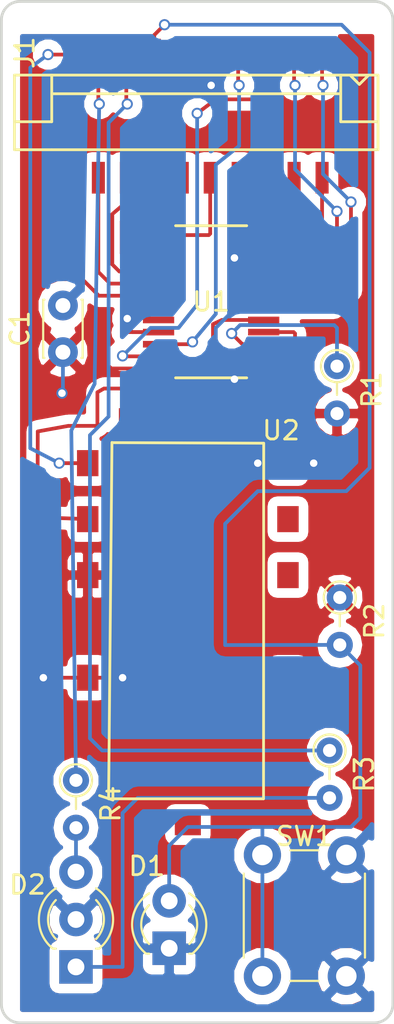
<source format=kicad_pcb>
(kicad_pcb (version 4) (host pcbnew 4.0.7)

  (general
    (links 43)
    (no_connects 0)
    (area 145.924999 77.174999 167.075001 132.075001)
    (thickness 1.6)
    (drawings 8)
    (tracks 213)
    (zones 0)
    (modules 11)
    (nets 33)
  )

  (page A4)
  (layers
    (0 F.Cu signal)
    (31 B.Cu signal)
    (32 B.Adhes user)
    (33 F.Adhes user)
    (34 B.Paste user)
    (35 F.Paste user)
    (36 B.SilkS user)
    (37 F.SilkS user)
    (38 B.Mask user)
    (39 F.Mask user)
    (40 Dwgs.User user)
    (41 Cmts.User user)
    (42 Eco1.User user)
    (43 Eco2.User user)
    (44 Edge.Cuts user)
    (45 Margin user)
    (46 B.CrtYd user)
    (47 F.CrtYd user)
    (48 B.Fab user)
    (49 F.Fab user)
  )

  (setup
    (last_trace_width 0.2)
    (trace_clearance 0.2)
    (zone_clearance 0.508)
    (zone_45_only no)
    (trace_min 0.2)
    (segment_width 0.2)
    (edge_width 0.15)
    (via_size 0.6)
    (via_drill 0.4)
    (via_min_size 0.4)
    (via_min_drill 0.3)
    (uvia_size 0.3)
    (uvia_drill 0.1)
    (uvias_allowed no)
    (uvia_min_size 0.2)
    (uvia_min_drill 0.1)
    (pcb_text_width 0.3)
    (pcb_text_size 1.5 1.5)
    (mod_edge_width 0.15)
    (mod_text_size 1 1)
    (mod_text_width 0.15)
    (pad_size 1.524 1.524)
    (pad_drill 0.762)
    (pad_to_mask_clearance 0.2)
    (aux_axis_origin 0 0)
    (visible_elements 7FFFFFFF)
    (pcbplotparams
      (layerselection 0x00030_80000001)
      (usegerberextensions false)
      (excludeedgelayer true)
      (linewidth 0.100000)
      (plotframeref false)
      (viasonmask false)
      (mode 1)
      (useauxorigin false)
      (hpglpennumber 1)
      (hpglpenspeed 20)
      (hpglpendiameter 15)
      (hpglpenoverlay 2)
      (psnegative false)
      (psa4output false)
      (plotreference true)
      (plotvalue true)
      (plotinvisibletext false)
      (padsonsilk false)
      (subtractmaskfromsilk false)
      (outputformat 1)
      (mirror false)
      (drillshape 1)
      (scaleselection 1)
      (outputdirectory ""))
  )

  (net 0 "")
  (net 1 +3V3)
  (net 2 GND)
  (net 3 /GPIO_BTTN)
  (net 4 "Net-(D2-Pad1)")
  (net 5 "Net-(D2-Pad3)")
  (net 6 /SD1)
  (net 7 /SC1)
  (net 8 /SDA_IN)
  (net 9 /SCL_IN)
  (net 10 /LED_PIN1)
  (net 11 /LED_PIN3)
  (net 12 /IMU_INT)
  (net 13 /SD4)
  (net 14 /SC4)
  (net 15 /SD5)
  (net 16 /SC5)
  (net 17 /SD6)
  (net 18 /SC6)
  (net 19 "Net-(U1-Pad19)")
  (net 20 "Net-(U1-Pad20)")
  (net 21 "Net-(U2-Pad1)")
  (net 22 "Net-(U2-Pad6)")
  (net 23 "Net-(U2-Pad9)")
  (net 24 "Net-(U2-Pad10)")
  (net 25 "Net-(U2-Pad12)")
  (net 26 /SD2)
  (net 27 /SC2)
  (net 28 /SD3)
  (net 29 /SC3)
  (net 30 /SD0)
  (net 31 /SC0)
  (net 32 /*RESET)

  (net_class Default "This is the default net class."
    (clearance 0.2)
    (trace_width 0.2)
    (via_dia 0.6)
    (via_drill 0.4)
    (uvia_dia 0.3)
    (uvia_drill 0.1)
    (add_net +3V3)
    (add_net /*RESET)
    (add_net /GPIO_BTTN)
    (add_net /IMU_INT)
    (add_net /LED_PIN1)
    (add_net /LED_PIN3)
    (add_net /SC0)
    (add_net /SC1)
    (add_net /SC2)
    (add_net /SC3)
    (add_net /SC4)
    (add_net /SC5)
    (add_net /SC6)
    (add_net /SCL_IN)
    (add_net /SD0)
    (add_net /SD1)
    (add_net /SD2)
    (add_net /SD3)
    (add_net /SD4)
    (add_net /SD5)
    (add_net /SD6)
    (add_net /SDA_IN)
    (add_net GND)
    (add_net "Net-(D2-Pad1)")
    (add_net "Net-(D2-Pad3)")
    (add_net "Net-(U1-Pad19)")
    (add_net "Net-(U1-Pad20)")
    (add_net "Net-(U2-Pad1)")
    (add_net "Net-(U2-Pad10)")
    (add_net "Net-(U2-Pad12)")
    (add_net "Net-(U2-Pad6)")
    (add_net "Net-(U2-Pad9)")
  )

  (module LEDs:LED_D3.0mm-3 (layer F.Cu) (tedit 5A99C965) (tstamp 5A993683)
    (at 150 129 90)
    (descr "LED, diameter 3.0mm, 2 pins, diameter 3.0mm, 3 pins, http://www.kingbright.com/attachments/file/psearch/000/00/00/L-3VSURKCGKC(Ver.8A).pdf")
    (tags "LED diameter 3.0mm 2 pins diameter 3.0mm 3 pins")
    (path /5A98BB6B)
    (fp_text reference D2 (at 4.4 -2.6 180) (layer F.SilkS)
      (effects (font (size 1 1) (thickness 0.15)))
    )
    (fp_text value STATUS_LED (at -2 1.5 180) (layer F.Fab) hide
      (effects (font (size 1 1) (thickness 0.15)))
    )
    (fp_arc (start 2.54 0) (end 1.04 -1.16619) (angle 284.3) (layer F.Fab) (width 0.1))
    (fp_arc (start 2.54 0) (end 0.98 -1.235516) (angle 108.8) (layer F.SilkS) (width 0.12))
    (fp_arc (start 2.54 0) (end 0.98 1.235516) (angle -108.8) (layer F.SilkS) (width 0.12))
    (fp_arc (start 2.54 0) (end 1.499039 -1.08) (angle 87.9) (layer F.SilkS) (width 0.12))
    (fp_arc (start 2.54 0) (end 1.499039 1.08) (angle -87.9) (layer F.SilkS) (width 0.12))
    (fp_circle (center 2.54 0) (end 4.04 0) (layer F.Fab) (width 0.1))
    (fp_line (start 1.04 -1.16619) (end 1.04 1.16619) (layer F.Fab) (width 0.1))
    (fp_line (start 0.98 -1.236) (end 0.98 -1.08) (layer F.SilkS) (width 0.12))
    (fp_line (start 0.98 1.08) (end 0.98 1.236) (layer F.SilkS) (width 0.12))
    (fp_line (start -1.15 -2.25) (end -1.15 2.25) (layer F.CrtYd) (width 0.05))
    (fp_line (start -1.15 2.25) (end 6.25 2.25) (layer F.CrtYd) (width 0.05))
    (fp_line (start 6.25 2.25) (end 6.25 -2.25) (layer F.CrtYd) (width 0.05))
    (fp_line (start 6.25 -2.25) (end -1.15 -2.25) (layer F.CrtYd) (width 0.05))
    (pad 1 thru_hole rect (at 0 0 90) (size 1.8 1.8) (drill 0.9) (layers *.Cu *.Mask)
      (net 4 "Net-(D2-Pad1)"))
    (pad 2 thru_hole circle (at 2.54 0 90) (size 1.8 1.8) (drill 0.9) (layers *.Cu *.Mask)
      (net 2 GND))
    (pad 3 thru_hole circle (at 5.08 0 90) (size 1.8 1.8) (drill 0.9) (layers *.Cu *.Mask)
      (net 5 "Net-(D2-Pad3)"))
    (model ${KISYS3DMOD}/LEDs.3dshapes/LED_D3.0mm-3.wrl
      (at (xyz 0 0 0))
      (scale (xyz 0.393701 0.393701 0.393701))
      (rotate (xyz 0 0 0))
    )
  )

  (module InternalLib:SM20B-ZPDSS-TF (layer F.Cu) (tedit 5A99CEE4) (tstamp 5A99369B)
    (at 166.2 86.7 180)
    (path /5A98C55E)
    (fp_text reference J1 (at 18.95 6.7 450) (layer F.SilkS)
      (effects (font (size 1 1) (thickness 0.15)))
    )
    (fp_text value Conn_02x10_Top_Bottom (at 9.6 2.5 180) (layer F.Fab) hide
      (effects (font (size 1 1) (thickness 0.15)))
    )
    (fp_line (start 19.5 1.5) (end 17.5 1.5) (layer F.SilkS) (width 0.15))
    (fp_line (start 17.5 5.5) (end 19.5 5.5) (layer F.SilkS) (width 0.15))
    (fp_line (start 15.5 4.5) (end 17.5 4.5) (layer F.SilkS) (width 0.15))
    (fp_line (start 4 4.5) (end 2 4.5) (layer F.SilkS) (width 0.15))
    (fp_line (start 0 5.5) (end 2 5.5) (layer F.SilkS) (width 0.15))
    (fp_line (start 2 1.5) (end 0 1.5) (layer F.SilkS) (width 0.15))
    (fp_line (start 0.5 5.5) (end 1 5) (layer F.SilkS) (width 0.15))
    (fp_line (start 1 5) (end 1.5 5.5) (layer F.SilkS) (width 0.15))
    (fp_line (start 4 4.5) (end 15.5 4.5) (layer F.SilkS) (width 0.15))
    (fp_line (start 2 5.5) (end 2 3) (layer F.SilkS) (width 0.15))
    (fp_line (start 2 3) (end 0 3) (layer F.SilkS) (width 0.15))
    (fp_line (start 17.5 5.5) (end 17.5 3) (layer F.SilkS) (width 0.15))
    (fp_line (start 17.5 3) (end 19.5 3) (layer F.SilkS) (width 0.15))
    (fp_line (start 2 1.5) (end 17.5 1.5) (layer F.SilkS) (width 0.15))
    (fp_line (start 19.5 1.5) (end 19.5 5.5) (layer F.SilkS) (width 0.15))
    (fp_line (start 17.5 5.5) (end 2 5.5) (layer F.SilkS) (width 0.15))
    (fp_line (start 0 5.5) (end 0 1.5) (layer F.SilkS) (width 0.15))
    (pad 1 smd rect (at 3 6.6 180) (size 0.7 1.7) (layers F.Cu F.Paste F.Mask)
      (net 6 /SD1))
    (pad 2 smd rect (at 4.5 6.6 180) (size 0.7 1.7) (layers F.Cu F.Paste F.Mask)
      (net 7 /SC1))
    (pad 3 smd rect (at 6 6.6 180) (size 0.7 1.7) (layers F.Cu F.Paste F.Mask)
      (net 8 /SDA_IN))
    (pad 4 smd rect (at 7.5 6.6 180) (size 0.7 1.7) (layers F.Cu F.Paste F.Mask)
      (net 9 /SCL_IN))
    (pad 5 smd rect (at 9 6.6 180) (size 0.7 1.7) (layers F.Cu F.Paste F.Mask)
      (net 2 GND))
    (pad 6 smd rect (at 10.5 6.6 180) (size 0.7 1.7) (layers F.Cu F.Paste F.Mask)
      (net 1 +3V3))
    (pad 7 smd rect (at 12 6.6 180) (size 0.7 1.7) (layers F.Cu F.Paste F.Mask)
      (net 3 /GPIO_BTTN))
    (pad 8 smd rect (at 13.5 6.6 180) (size 0.7 1.7) (layers F.Cu F.Paste F.Mask)
      (net 10 /LED_PIN1))
    (pad 9 smd rect (at 15 6.6 180) (size 0.7 1.7) (layers F.Cu F.Paste F.Mask)
      (net 11 /LED_PIN3))
    (pad 10 smd rect (at 16.5 6.6 180) (size 0.7 1.7) (layers F.Cu F.Paste F.Mask)
      (net 12 /IMU_INT))
    (pad 11 smd rect (at 3 0 180) (size 0.7 1.7) (layers F.Cu F.Paste F.Mask)
      (net 26 /SD2))
    (pad 12 smd rect (at 4.5 0 180) (size 0.7 1.7) (layers F.Cu F.Paste F.Mask)
      (net 27 /SC2))
    (pad 13 smd rect (at 6 0 180) (size 0.7 1.7) (layers F.Cu F.Paste F.Mask)
      (net 28 /SD3))
    (pad 14 smd rect (at 7.5 0 180) (size 0.7 1.7) (layers F.Cu F.Paste F.Mask)
      (net 29 /SC3))
    (pad 15 smd rect (at 9 0 180) (size 0.7 1.7) (layers F.Cu F.Paste F.Mask)
      (net 13 /SD4))
    (pad 16 smd rect (at 10.5 0 180) (size 0.7 1.7) (layers F.Cu F.Paste F.Mask)
      (net 14 /SC4))
    (pad 17 smd rect (at 12 0 180) (size 0.7 1.7) (layers F.Cu F.Paste F.Mask)
      (net 15 /SD5))
    (pad 18 smd rect (at 13.5 0 180) (size 0.7 1.7) (layers F.Cu F.Paste F.Mask)
      (net 16 /SC5))
    (pad 19 smd rect (at 15 0 180) (size 0.7 1.7) (layers F.Cu F.Paste F.Mask)
      (net 17 /SD6))
    (pad 20 smd rect (at 16.5 0 180) (size 0.7 1.7) (layers F.Cu F.Paste F.Mask)
      (net 18 /SC6))
  )

  (module Buttons_Switches_THT:SW_PUSH_6mm_h13mm (layer F.Cu) (tedit 5A99CEAA) (tstamp 5A9936BB)
    (at 160 129.5 90)
    (descr "tactile push button, 6x6mm e.g. PHAP33xx series, height=13mm")
    (tags "tact sw push 6mm")
    (path /5A98B8F3)
    (fp_text reference SW1 (at 7.5 2.25 180) (layer F.SilkS)
      (effects (font (size 1 1) (thickness 0.15)))
    )
    (fp_text value CAL_BTTN (at 3.5 6.25 90) (layer F.Fab) hide
      (effects (font (size 1 1) (thickness 0.15)))
    )
    (fp_text user %R (at 3.25 2.25 90) (layer F.Fab)
      (effects (font (size 1 1) (thickness 0.15)))
    )
    (fp_line (start 3.25 -0.75) (end 6.25 -0.75) (layer F.Fab) (width 0.1))
    (fp_line (start 6.25 -0.75) (end 6.25 5.25) (layer F.Fab) (width 0.1))
    (fp_line (start 6.25 5.25) (end 0.25 5.25) (layer F.Fab) (width 0.1))
    (fp_line (start 0.25 5.25) (end 0.25 -0.75) (layer F.Fab) (width 0.1))
    (fp_line (start 0.25 -0.75) (end 3.25 -0.75) (layer F.Fab) (width 0.1))
    (fp_line (start 7.75 6) (end 8 6) (layer F.CrtYd) (width 0.05))
    (fp_line (start 8 6) (end 8 5.75) (layer F.CrtYd) (width 0.05))
    (fp_line (start 7.75 -1.5) (end 8 -1.5) (layer F.CrtYd) (width 0.05))
    (fp_line (start 8 -1.5) (end 8 -1.25) (layer F.CrtYd) (width 0.05))
    (fp_line (start -1.5 -1.25) (end -1.5 -1.5) (layer F.CrtYd) (width 0.05))
    (fp_line (start -1.5 -1.5) (end -1.25 -1.5) (layer F.CrtYd) (width 0.05))
    (fp_line (start -1.5 5.75) (end -1.5 6) (layer F.CrtYd) (width 0.05))
    (fp_line (start -1.5 6) (end -1.25 6) (layer F.CrtYd) (width 0.05))
    (fp_line (start -1.25 -1.5) (end 7.75 -1.5) (layer F.CrtYd) (width 0.05))
    (fp_line (start -1.5 5.75) (end -1.5 -1.25) (layer F.CrtYd) (width 0.05))
    (fp_line (start 7.75 6) (end -1.25 6) (layer F.CrtYd) (width 0.05))
    (fp_line (start 8 -1.25) (end 8 5.75) (layer F.CrtYd) (width 0.05))
    (fp_line (start 1 5.5) (end 5.5 5.5) (layer F.SilkS) (width 0.12))
    (fp_line (start -0.25 1.5) (end -0.25 3) (layer F.SilkS) (width 0.12))
    (fp_line (start 5.5 -1) (end 1 -1) (layer F.SilkS) (width 0.12))
    (fp_line (start 6.75 3) (end 6.75 1.5) (layer F.SilkS) (width 0.12))
    (fp_circle (center 3.25 2.25) (end 1.25 2.5) (layer F.Fab) (width 0.1))
    (pad 2 thru_hole circle (at 0 4.5 180) (size 2 2) (drill 1.1) (layers *.Cu *.Mask)
      (net 2 GND))
    (pad 1 thru_hole circle (at 0 0 180) (size 2 2) (drill 1.1) (layers *.Cu *.Mask)
      (net 3 /GPIO_BTTN))
    (pad 2 thru_hole circle (at 6.5 4.5 180) (size 2 2) (drill 1.1) (layers *.Cu *.Mask)
      (net 2 GND))
    (pad 1 thru_hole circle (at 6.5 0 180) (size 2 2) (drill 1.1) (layers *.Cu *.Mask)
      (net 3 /GPIO_BTTN))
    (model ${KISYS3DMOD}/Buttons_Switches_THT.3dshapes/SW_PUSH_6mm_h13mm.wrl
      (at (xyz 0.005 0 0))
      (scale (xyz 0.3937 0.3937 0.3937))
      (rotate (xyz 0 0 0))
    )
  )

  (module InternalLib:TCA9548APWR (layer F.Cu) (tedit 5A999202) (tstamp 5A9936D7)
    (at 157.25 93.35 180)
    (path /5A98B51A)
    (fp_text reference U1 (at 0 0 180) (layer F.SilkS)
      (effects (font (size 1 1) (thickness 0.15)))
    )
    (fp_text value TCA9548APWR (at 0 0 270) (layer F.SilkS) hide
      (effects (font (size 1 1) (thickness 0.15)))
    )
    (fp_text user "Copyright 2016 Accelerated Designs. All rights reserved." (at 0 0 180) (layer Cmts.User)
      (effects (font (size 0.127 0.127) (thickness 0.002)))
    )
    (fp_line (start -2.2479 -3.4226) (end -2.2479 -3.7274) (layer Dwgs.User) (width 0.1524))
    (fp_line (start -2.2479 -3.7274) (end -3.302 -3.7274) (layer Dwgs.User) (width 0.1524))
    (fp_line (start -3.302 -3.7274) (end -3.302 -3.4226) (layer Dwgs.User) (width 0.1524))
    (fp_line (start -3.302 -3.4226) (end -2.2479 -3.4226) (layer Dwgs.User) (width 0.1524))
    (fp_line (start -2.2479 -2.772601) (end -2.2479 -3.077401) (layer Dwgs.User) (width 0.1524))
    (fp_line (start -2.2479 -3.077401) (end -3.302 -3.077401) (layer Dwgs.User) (width 0.1524))
    (fp_line (start -3.302 -3.077401) (end -3.302 -2.772601) (layer Dwgs.User) (width 0.1524))
    (fp_line (start -3.302 -2.772601) (end -2.2479 -2.772601) (layer Dwgs.User) (width 0.1524))
    (fp_line (start -2.2479 -2.122601) (end -2.2479 -2.427401) (layer Dwgs.User) (width 0.1524))
    (fp_line (start -2.2479 -2.427401) (end -3.302 -2.427401) (layer Dwgs.User) (width 0.1524))
    (fp_line (start -3.302 -2.427401) (end -3.302 -2.122601) (layer Dwgs.User) (width 0.1524))
    (fp_line (start -3.302 -2.122601) (end -2.2479 -2.122601) (layer Dwgs.User) (width 0.1524))
    (fp_line (start -2.2479 -1.472601) (end -2.2479 -1.777401) (layer Dwgs.User) (width 0.1524))
    (fp_line (start -2.2479 -1.777401) (end -3.302 -1.777401) (layer Dwgs.User) (width 0.1524))
    (fp_line (start -3.302 -1.777401) (end -3.302 -1.472601) (layer Dwgs.User) (width 0.1524))
    (fp_line (start -3.302 -1.472601) (end -2.2479 -1.472601) (layer Dwgs.User) (width 0.1524))
    (fp_line (start -2.2479 -0.822601) (end -2.2479 -1.127401) (layer Dwgs.User) (width 0.1524))
    (fp_line (start -2.2479 -1.127401) (end -3.302 -1.127401) (layer Dwgs.User) (width 0.1524))
    (fp_line (start -3.302 -1.127401) (end -3.302 -0.822601) (layer Dwgs.User) (width 0.1524))
    (fp_line (start -3.302 -0.822601) (end -2.2479 -0.822601) (layer Dwgs.User) (width 0.1524))
    (fp_line (start -2.2479 -0.172601) (end -2.2479 -0.477401) (layer Dwgs.User) (width 0.1524))
    (fp_line (start -2.2479 -0.477401) (end -3.302 -0.477401) (layer Dwgs.User) (width 0.1524))
    (fp_line (start -3.302 -0.477401) (end -3.302 -0.172601) (layer Dwgs.User) (width 0.1524))
    (fp_line (start -3.302 -0.172601) (end -2.2479 -0.172601) (layer Dwgs.User) (width 0.1524))
    (fp_line (start -2.2479 0.477399) (end -2.2479 0.172599) (layer Dwgs.User) (width 0.1524))
    (fp_line (start -2.2479 0.172599) (end -3.302 0.172599) (layer Dwgs.User) (width 0.1524))
    (fp_line (start -3.302 0.172599) (end -3.302 0.477399) (layer Dwgs.User) (width 0.1524))
    (fp_line (start -3.302 0.477399) (end -2.2479 0.477399) (layer Dwgs.User) (width 0.1524))
    (fp_line (start -2.2479 1.127399) (end -2.2479 0.822599) (layer Dwgs.User) (width 0.1524))
    (fp_line (start -2.2479 0.822599) (end -3.302 0.822599) (layer Dwgs.User) (width 0.1524))
    (fp_line (start -3.302 0.822599) (end -3.302 1.127399) (layer Dwgs.User) (width 0.1524))
    (fp_line (start -3.302 1.127399) (end -2.2479 1.127399) (layer Dwgs.User) (width 0.1524))
    (fp_line (start -2.2479 1.777399) (end -2.2479 1.472599) (layer Dwgs.User) (width 0.1524))
    (fp_line (start -2.2479 1.472599) (end -3.302 1.472599) (layer Dwgs.User) (width 0.1524))
    (fp_line (start -3.302 1.472599) (end -3.302 1.777399) (layer Dwgs.User) (width 0.1524))
    (fp_line (start -3.302 1.777399) (end -2.2479 1.777399) (layer Dwgs.User) (width 0.1524))
    (fp_line (start -2.2479 2.427399) (end -2.2479 2.122599) (layer Dwgs.User) (width 0.1524))
    (fp_line (start -2.2479 2.122599) (end -3.302 2.122599) (layer Dwgs.User) (width 0.1524))
    (fp_line (start -3.302 2.122599) (end -3.302 2.427399) (layer Dwgs.User) (width 0.1524))
    (fp_line (start -3.302 2.427399) (end -2.2479 2.427399) (layer Dwgs.User) (width 0.1524))
    (fp_line (start -2.2479 3.077399) (end -2.2479 2.772599) (layer Dwgs.User) (width 0.1524))
    (fp_line (start -2.2479 2.772599) (end -3.302 2.772599) (layer Dwgs.User) (width 0.1524))
    (fp_line (start -3.302 2.772599) (end -3.302 3.077399) (layer Dwgs.User) (width 0.1524))
    (fp_line (start -3.302 3.077399) (end -2.2479 3.077399) (layer Dwgs.User) (width 0.1524))
    (fp_line (start -2.2479 3.727399) (end -2.2479 3.422599) (layer Dwgs.User) (width 0.1524))
    (fp_line (start -2.2479 3.422599) (end -3.302 3.422599) (layer Dwgs.User) (width 0.1524))
    (fp_line (start -3.302 3.422599) (end -3.302 3.727399) (layer Dwgs.User) (width 0.1524))
    (fp_line (start -3.302 3.727399) (end -2.2479 3.727399) (layer Dwgs.User) (width 0.1524))
    (fp_line (start 2.2479 3.4226) (end 2.2479 3.7274) (layer Dwgs.User) (width 0.1524))
    (fp_line (start 2.2479 3.7274) (end 3.302 3.7274) (layer Dwgs.User) (width 0.1524))
    (fp_line (start 3.302 3.7274) (end 3.302 3.4226) (layer Dwgs.User) (width 0.1524))
    (fp_line (start 3.302 3.4226) (end 2.2479 3.4226) (layer Dwgs.User) (width 0.1524))
    (fp_line (start 2.2479 2.7726) (end 2.2479 3.0774) (layer Dwgs.User) (width 0.1524))
    (fp_line (start 2.2479 3.0774) (end 3.302 3.0774) (layer Dwgs.User) (width 0.1524))
    (fp_line (start 3.302 3.0774) (end 3.302 2.7726) (layer Dwgs.User) (width 0.1524))
    (fp_line (start 3.302 2.7726) (end 2.2479 2.7726) (layer Dwgs.User) (width 0.1524))
    (fp_line (start 2.2479 2.1226) (end 2.2479 2.4274) (layer Dwgs.User) (width 0.1524))
    (fp_line (start 2.2479 2.4274) (end 3.302 2.4274) (layer Dwgs.User) (width 0.1524))
    (fp_line (start 3.302 2.4274) (end 3.302 2.1226) (layer Dwgs.User) (width 0.1524))
    (fp_line (start 3.302 2.1226) (end 2.2479 2.1226) (layer Dwgs.User) (width 0.1524))
    (fp_line (start 2.2479 1.472601) (end 2.2479 1.777401) (layer Dwgs.User) (width 0.1524))
    (fp_line (start 2.2479 1.777401) (end 3.302 1.777401) (layer Dwgs.User) (width 0.1524))
    (fp_line (start 3.302 1.777401) (end 3.302 1.472601) (layer Dwgs.User) (width 0.1524))
    (fp_line (start 3.302 1.472601) (end 2.2479 1.472601) (layer Dwgs.User) (width 0.1524))
    (fp_line (start 2.2479 0.822601) (end 2.2479 1.127401) (layer Dwgs.User) (width 0.1524))
    (fp_line (start 2.2479 1.127401) (end 3.302 1.127401) (layer Dwgs.User) (width 0.1524))
    (fp_line (start 3.302 1.127401) (end 3.302 0.822601) (layer Dwgs.User) (width 0.1524))
    (fp_line (start 3.302 0.822601) (end 2.2479 0.822601) (layer Dwgs.User) (width 0.1524))
    (fp_line (start 2.2479 0.172601) (end 2.2479 0.477401) (layer Dwgs.User) (width 0.1524))
    (fp_line (start 2.2479 0.477401) (end 3.302 0.477401) (layer Dwgs.User) (width 0.1524))
    (fp_line (start 3.302 0.477401) (end 3.302 0.172601) (layer Dwgs.User) (width 0.1524))
    (fp_line (start 3.302 0.172601) (end 2.2479 0.172601) (layer Dwgs.User) (width 0.1524))
    (fp_line (start 2.2479 -0.477399) (end 2.2479 -0.172599) (layer Dwgs.User) (width 0.1524))
    (fp_line (start 2.2479 -0.172599) (end 3.302 -0.172599) (layer Dwgs.User) (width 0.1524))
    (fp_line (start 3.302 -0.172599) (end 3.302 -0.477399) (layer Dwgs.User) (width 0.1524))
    (fp_line (start 3.302 -0.477399) (end 2.2479 -0.477399) (layer Dwgs.User) (width 0.1524))
    (fp_line (start 2.2479 -1.127399) (end 2.2479 -0.822599) (layer Dwgs.User) (width 0.1524))
    (fp_line (start 2.2479 -0.822599) (end 3.302 -0.822599) (layer Dwgs.User) (width 0.1524))
    (fp_line (start 3.302 -0.822599) (end 3.302 -1.127399) (layer Dwgs.User) (width 0.1524))
    (fp_line (start 3.302 -1.127399) (end 2.2479 -1.127399) (layer Dwgs.User) (width 0.1524))
    (fp_line (start 2.2479 -1.777399) (end 2.2479 -1.472599) (layer Dwgs.User) (width 0.1524))
    (fp_line (start 2.2479 -1.472599) (end 3.302 -1.472599) (layer Dwgs.User) (width 0.1524))
    (fp_line (start 3.302 -1.472599) (end 3.302 -1.777399) (layer Dwgs.User) (width 0.1524))
    (fp_line (start 3.302 -1.777399) (end 2.2479 -1.777399) (layer Dwgs.User) (width 0.1524))
    (fp_line (start 2.2479 -2.427399) (end 2.2479 -2.122599) (layer Dwgs.User) (width 0.1524))
    (fp_line (start 2.2479 -2.122599) (end 3.302 -2.122599) (layer Dwgs.User) (width 0.1524))
    (fp_line (start 3.302 -2.122599) (end 3.302 -2.427399) (layer Dwgs.User) (width 0.1524))
    (fp_line (start 3.302 -2.427399) (end 2.2479 -2.427399) (layer Dwgs.User) (width 0.1524))
    (fp_line (start 2.2479 -3.077399) (end 2.2479 -2.772599) (layer Dwgs.User) (width 0.1524))
    (fp_line (start 2.2479 -2.772599) (end 3.302 -2.772599) (layer Dwgs.User) (width 0.1524))
    (fp_line (start 3.302 -2.772599) (end 3.302 -3.077399) (layer Dwgs.User) (width 0.1524))
    (fp_line (start 3.302 -3.077399) (end 2.2479 -3.077399) (layer Dwgs.User) (width 0.1524))
    (fp_line (start 2.2479 -3.727399) (end 2.2479 -3.422599) (layer Dwgs.User) (width 0.1524))
    (fp_line (start 2.2479 -3.422599) (end 3.302 -3.422599) (layer Dwgs.User) (width 0.1524))
    (fp_line (start 3.302 -3.422599) (end 3.302 -3.727399) (layer Dwgs.User) (width 0.1524))
    (fp_line (start 3.302 -3.727399) (end 2.2479 -3.727399) (layer Dwgs.User) (width 0.1524))
    (fp_line (start -1.905015 4.0767) (end 1.905015 4.0767) (layer F.SilkS) (width 0.1524))
    (fp_line (start 1.905015 -4.0767) (end -1.905015 -4.0767) (layer F.SilkS) (width 0.1524))
    (fp_line (start -2.2479 3.9497) (end 2.2479 3.9497) (layer Dwgs.User) (width 0.1524))
    (fp_line (start 2.2479 3.9497) (end 2.2479 -3.9497) (layer Dwgs.User) (width 0.1524))
    (fp_line (start 2.2479 -3.9497) (end -2.2479 -3.9497) (layer Dwgs.User) (width 0.1524))
    (fp_line (start -2.2479 -3.9497) (end -2.2479 3.9497) (layer Dwgs.User) (width 0.1524))
    (fp_arc (start 0 -3.9497) (end 0.3048 -3.9497) (angle 180) (layer Dwgs.User) (width 0.1524))
    (pad 1 smd rect (at -2.8194 -3.574999 180) (size 1.6764 0.3556) (layers F.Cu F.Paste F.Mask)
      (net 2 GND))
    (pad 2 smd rect (at -2.8194 -2.925 180) (size 1.6764 0.3556) (layers F.Cu F.Paste F.Mask)
      (net 2 GND))
    (pad 3 smd rect (at -2.8194 -2.275002 180) (size 1.6764 0.3556) (layers F.Cu F.Paste F.Mask)
      (net 32 /*RESET))
    (pad 4 smd rect (at -2.8194 -1.625001 180) (size 1.6764 0.3556) (layers F.Cu F.Paste F.Mask)
      (net 30 /SD0))
    (pad 5 smd rect (at -2.8194 -0.975002 180) (size 1.6764 0.3556) (layers F.Cu F.Paste F.Mask)
      (net 31 /SC0))
    (pad 6 smd rect (at -2.8194 -0.325001 180) (size 1.6764 0.3556) (layers F.Cu F.Paste F.Mask)
      (net 6 /SD1))
    (pad 7 smd rect (at -2.8194 0.324998 180) (size 1.6764 0.3556) (layers F.Cu F.Paste F.Mask)
      (net 7 /SC1))
    (pad 8 smd rect (at -2.8194 0.974999 180) (size 1.6764 0.3556) (layers F.Cu F.Paste F.Mask)
      (net 26 /SD2))
    (pad 9 smd rect (at -2.8194 1.624998 180) (size 1.6764 0.3556) (layers F.Cu F.Paste F.Mask)
      (net 27 /SC2))
    (pad 10 smd rect (at -2.8194 2.274999 180) (size 1.6764 0.3556) (layers F.Cu F.Paste F.Mask)
      (net 28 /SD3))
    (pad 11 smd rect (at -2.8194 2.924998 180) (size 1.6764 0.3556) (layers F.Cu F.Paste F.Mask)
      (net 29 /SC3))
    (pad 12 smd rect (at -2.8194 3.574999 180) (size 1.6764 0.3556) (layers F.Cu F.Paste F.Mask)
      (net 2 GND))
    (pad 13 smd rect (at 2.8194 3.574999 180) (size 1.6764 0.3556) (layers F.Cu F.Paste F.Mask)
      (net 13 /SD4))
    (pad 14 smd rect (at 2.8194 2.925 180) (size 1.6764 0.3556) (layers F.Cu F.Paste F.Mask)
      (net 14 /SC4))
    (pad 15 smd rect (at 2.8194 2.274999 180) (size 1.6764 0.3556) (layers F.Cu F.Paste F.Mask)
      (net 15 /SD5))
    (pad 16 smd rect (at 2.8194 1.625001 180) (size 1.6764 0.3556) (layers F.Cu F.Paste F.Mask)
      (net 16 /SC5))
    (pad 17 smd rect (at 2.8194 0.974999 180) (size 1.6764 0.3556) (layers F.Cu F.Paste F.Mask)
      (net 17 /SD6))
    (pad 18 smd rect (at 2.8194 0.325001 180) (size 1.6764 0.3556) (layers F.Cu F.Paste F.Mask)
      (net 18 /SC6))
    (pad 19 smd rect (at 2.8194 -0.324998 180) (size 1.6764 0.3556) (layers F.Cu F.Paste F.Mask)
      (net 19 "Net-(U1-Pad19)"))
    (pad 20 smd rect (at 2.8194 -0.974999 180) (size 1.6764 0.3556) (layers F.Cu F.Paste F.Mask)
      (net 20 "Net-(U1-Pad20)"))
    (pad 21 smd rect (at 2.8194 -1.624998 180) (size 1.6764 0.3556) (layers F.Cu F.Paste F.Mask)
      (net 2 GND))
    (pad 22 smd rect (at 2.8194 -2.274999 180) (size 1.6764 0.3556) (layers F.Cu F.Paste F.Mask)
      (net 9 /SCL_IN))
    (pad 23 smd rect (at 2.8194 -2.924998 180) (size 1.6764 0.3556) (layers F.Cu F.Paste F.Mask)
      (net 8 /SDA_IN))
    (pad 24 smd rect (at 2.8194 -3.574999 180) (size 1.6764 0.3556) (layers F.Cu F.Paste F.Mask)
      (net 1 +3V3))
  )

  (module InternalLib:SentralM&M (layer F.Cu) (tedit 5A99CEBB) (tstamp 5A9936EB)
    (at 156 105)
    (path /5A98B4F3)
    (fp_text reference U2 (at 5 -4.75) (layer F.SilkS)
      (effects (font (size 1 1) (thickness 0.15)))
    )
    (fp_text value SentralM&M (at -0.14 4.35 90) (layer F.Fab) hide
      (effects (font (size 1 1) (thickness 0.15)))
    )
    (fp_line (start -4.06 -4.1) (end 4.07 -4.07) (layer F.SilkS) (width 0.15))
    (fp_line (start 4.07 -4.07) (end 4.06 14.99) (layer F.SilkS) (width 0.15))
    (fp_line (start 4.06 14.99) (end -4.25 14.99) (layer F.SilkS) (width 0.15))
    (fp_line (start -4.25 14.99) (end -4.07 -4.11) (layer F.SilkS) (width 0.15))
    (pad 1 smd rect (at 0 16.37) (size 1.4 1.15) (layers F.Cu F.Paste F.Mask)
      (net 21 "Net-(U2-Pad1)"))
    (pad 2 smd rect (at -5.37 3) (size 1.15 1.4) (layers F.Cu F.Paste F.Mask)
      (net 1 +3V3))
    (pad 3 smd rect (at -5.37 0) (size 1.15 1.4) (layers F.Cu F.Paste F.Mask)
      (net 31 /SC0))
    (pad 6 smd rect (at 0 -5.37) (size 1.4 1.15) (layers F.Cu F.Paste F.Mask)
      (net 22 "Net-(U2-Pad6)"))
    (pad 5 smd rect (at -3 -5.37) (size 1.4 1.15) (layers F.Cu F.Paste F.Mask)
      (net 30 /SD0))
    (pad 7 smd rect (at 3 -5.37) (size 1.4 1.15) (layers F.Cu F.Paste F.Mask)
      (net 1 +3V3))
    (pad 4 smd rect (at -5.37 -3) (size 1.15 1.4) (layers F.Cu F.Paste F.Mask)
      (net 12 /IMU_INT))
    (pad 8 smd rect (at 5.37 -3) (size 1.15 1.4) (layers F.Cu F.Paste F.Mask)
      (net 2 GND))
    (pad 9 smd rect (at 5.37 0) (size 1.15 1.4) (layers F.Cu F.Paste F.Mask)
      (net 23 "Net-(U2-Pad9)"))
    (pad 10 smd rect (at 5.37 3) (size 1.15 1.4) (layers F.Cu F.Paste F.Mask)
      (net 24 "Net-(U2-Pad10)"))
    (pad 11 smd rect (at -5.37 8.5) (size 1.15 1.4) (layers F.Cu F.Paste F.Mask)
      (net 2 GND))
    (pad 12 smd rect (at 5.37 8.5) (size 1.15 1.4) (layers F.Cu F.Paste F.Mask)
      (net 25 "Net-(U2-Pad12)"))
  )

  (module LEDs:LED_D3.0mm (layer F.Cu) (tedit 5A994146) (tstamp 5A99385E)
    (at 155 128 90)
    (descr "LED, diameter 3.0mm, 2 pins")
    (tags "LED diameter 3.0mm 2 pins")
    (path /5A98B94C)
    (fp_text reference D1 (at 4.4 -1.2 180) (layer F.SilkS)
      (effects (font (size 1 1) (thickness 0.15)))
    )
    (fp_text value LED (at -2 1 180) (layer F.Fab) hide
      (effects (font (size 1 1) (thickness 0.15)))
    )
    (fp_arc (start 1.27 0) (end -0.23 -1.16619) (angle 284.3) (layer F.Fab) (width 0.1))
    (fp_arc (start 1.27 0) (end -0.29 -1.235516) (angle 108.8) (layer F.SilkS) (width 0.12))
    (fp_arc (start 1.27 0) (end -0.29 1.235516) (angle -108.8) (layer F.SilkS) (width 0.12))
    (fp_arc (start 1.27 0) (end 0.229039 -1.08) (angle 87.9) (layer F.SilkS) (width 0.12))
    (fp_arc (start 1.27 0) (end 0.229039 1.08) (angle -87.9) (layer F.SilkS) (width 0.12))
    (fp_circle (center 1.27 0) (end 2.77 0) (layer F.Fab) (width 0.1))
    (fp_line (start -0.23 -1.16619) (end -0.23 1.16619) (layer F.Fab) (width 0.1))
    (fp_line (start -0.29 -1.236) (end -0.29 -1.08) (layer F.SilkS) (width 0.12))
    (fp_line (start -0.29 1.08) (end -0.29 1.236) (layer F.SilkS) (width 0.12))
    (fp_line (start -1.15 -2.25) (end -1.15 2.25) (layer F.CrtYd) (width 0.05))
    (fp_line (start -1.15 2.25) (end 3.7 2.25) (layer F.CrtYd) (width 0.05))
    (fp_line (start 3.7 2.25) (end 3.7 -2.25) (layer F.CrtYd) (width 0.05))
    (fp_line (start 3.7 -2.25) (end -1.15 -2.25) (layer F.CrtYd) (width 0.05))
    (pad 1 thru_hole rect (at 0 0 90) (size 1.8 1.8) (drill 0.9) (layers *.Cu *.Mask)
      (net 2 GND))
    (pad 2 thru_hole circle (at 2.54 0 90) (size 1.8 1.8) (drill 0.9) (layers *.Cu *.Mask)
      (net 3 /GPIO_BTTN))
    (model ${KISYS3DMOD}/LEDs.3dshapes/LED_D3.0mm.wrl
      (at (xyz 0 0 0))
      (scale (xyz 0.393701 0.393701 0.393701))
      (rotate (xyz 0 0 0))
    )
  )

  (module Capacitors_THT:C_Disc_D3.0mm_W2.0mm_P2.50mm (layer F.Cu) (tedit 5A99CEC9) (tstamp 5A99B2A5)
    (at 149.3 96.05 90)
    (descr "C, Disc series, Radial, pin pitch=2.50mm, , diameter*width=3*2mm^2, Capacitor")
    (tags "C Disc series Radial pin pitch 2.50mm  diameter 3mm width 2mm Capacitor")
    (path /5A996F74)
    (fp_text reference C1 (at 1.25 -2.31 90) (layer F.SilkS)
      (effects (font (size 1 1) (thickness 0.15)))
    )
    (fp_text value 22uF (at 1.25 2.31 90) (layer F.Fab) hide
      (effects (font (size 1 1) (thickness 0.15)))
    )
    (fp_line (start -0.25 -1) (end -0.25 1) (layer F.Fab) (width 0.1))
    (fp_line (start -0.25 1) (end 2.75 1) (layer F.Fab) (width 0.1))
    (fp_line (start 2.75 1) (end 2.75 -1) (layer F.Fab) (width 0.1))
    (fp_line (start 2.75 -1) (end -0.25 -1) (layer F.Fab) (width 0.1))
    (fp_line (start -0.31 -1.06) (end 2.81 -1.06) (layer F.SilkS) (width 0.12))
    (fp_line (start -0.31 1.06) (end 2.81 1.06) (layer F.SilkS) (width 0.12))
    (fp_line (start -0.31 -1.06) (end -0.31 -0.996) (layer F.SilkS) (width 0.12))
    (fp_line (start -0.31 0.996) (end -0.31 1.06) (layer F.SilkS) (width 0.12))
    (fp_line (start 2.81 -1.06) (end 2.81 -0.996) (layer F.SilkS) (width 0.12))
    (fp_line (start 2.81 0.996) (end 2.81 1.06) (layer F.SilkS) (width 0.12))
    (fp_line (start -1.05 -1.35) (end -1.05 1.35) (layer F.CrtYd) (width 0.05))
    (fp_line (start -1.05 1.35) (end 3.55 1.35) (layer F.CrtYd) (width 0.05))
    (fp_line (start 3.55 1.35) (end 3.55 -1.35) (layer F.CrtYd) (width 0.05))
    (fp_line (start 3.55 -1.35) (end -1.05 -1.35) (layer F.CrtYd) (width 0.05))
    (fp_text user %R (at 1.25 0 90) (layer F.Fab)
      (effects (font (size 1 1) (thickness 0.15)))
    )
    (pad 1 thru_hole circle (at 0 0 90) (size 1.6 1.6) (drill 0.8) (layers *.Cu *.Mask)
      (net 1 +3V3))
    (pad 2 thru_hole circle (at 2.5 0 90) (size 1.6 1.6) (drill 0.8) (layers *.Cu *.Mask)
      (net 2 GND))
    (model ${KISYS3DMOD}/Capacitors_THT.3dshapes/C_Disc_D3.0mm_W2.0mm_P2.50mm.wrl
      (at (xyz 0 0 0))
      (scale (xyz 1 1 1))
      (rotate (xyz 0 0 0))
    )
  )

  (module Resistors_THT:R_Axial_DIN0204_L3.6mm_D1.6mm_P2.54mm_Vertical (layer F.Cu) (tedit 5A99CEBF) (tstamp 5A99B2AA)
    (at 164 96.8 270)
    (descr "Resistor, Axial_DIN0204 series, Axial, Vertical, pin pitch=2.54mm, 0.16666666666666666W = 1/6W, length*diameter=3.6*1.6mm^2, http://cdn-reichelt.de/documents/datenblatt/B400/1_4W%23YAG.pdf")
    (tags "Resistor Axial_DIN0204 series Axial Vertical pin pitch 2.54mm 0.16666666666666666W = 1/6W length 3.6mm diameter 1.6mm")
    (path /5A99928C)
    (fp_text reference R1 (at 1.27 -1.86 270) (layer F.SilkS)
      (effects (font (size 1 1) (thickness 0.15)))
    )
    (fp_text value 4.7k (at 1.27 1.86 270) (layer F.Fab) hide
      (effects (font (size 1 1) (thickness 0.15)))
    )
    (fp_circle (center 0 0) (end 0.8 0) (layer F.Fab) (width 0.1))
    (fp_circle (center 0 0) (end 0.86 0) (layer F.SilkS) (width 0.12))
    (fp_line (start 0 0) (end 2.54 0) (layer F.Fab) (width 0.1))
    (fp_line (start 0.86 0) (end 1.54 0) (layer F.SilkS) (width 0.12))
    (fp_line (start -1.15 -1.15) (end -1.15 1.15) (layer F.CrtYd) (width 0.05))
    (fp_line (start -1.15 1.15) (end 3.55 1.15) (layer F.CrtYd) (width 0.05))
    (fp_line (start 3.55 1.15) (end 3.55 -1.15) (layer F.CrtYd) (width 0.05))
    (fp_line (start 3.55 -1.15) (end -1.15 -1.15) (layer F.CrtYd) (width 0.05))
    (pad 1 thru_hole circle (at 0 0 270) (size 1.4 1.4) (drill 0.7) (layers *.Cu *.Mask)
      (net 32 /*RESET))
    (pad 2 thru_hole oval (at 2.54 0 270) (size 1.4 1.4) (drill 0.7) (layers *.Cu *.Mask)
      (net 1 +3V3))
    (model ${KISYS3DMOD}/Resistors_THT.3dshapes/R_Axial_DIN0204_L3.6mm_D1.6mm_P2.54mm_Vertical.wrl
      (at (xyz 0 0 0))
      (scale (xyz 0.393701 0.393701 0.393701))
      (rotate (xyz 0 0 0))
    )
  )

  (module Resistors_THT:R_Axial_DIN0204_L3.6mm_D1.6mm_P2.54mm_Vertical (layer F.Cu) (tedit 5874F706) (tstamp 5A99B2AF)
    (at 164.15 109.2 270)
    (descr "Resistor, Axial_DIN0204 series, Axial, Vertical, pin pitch=2.54mm, 0.16666666666666666W = 1/6W, length*diameter=3.6*1.6mm^2, http://cdn-reichelt.de/documents/datenblatt/B400/1_4W%23YAG.pdf")
    (tags "Resistor Axial_DIN0204 series Axial Vertical pin pitch 2.54mm 0.16666666666666666W = 1/6W length 3.6mm diameter 1.6mm")
    (path /5A98BC38)
    (fp_text reference R2 (at 1.27 -1.86 270) (layer F.SilkS)
      (effects (font (size 1 1) (thickness 0.15)))
    )
    (fp_text value 680 (at 1.27 1.86 270) (layer F.Fab)
      (effects (font (size 1 1) (thickness 0.15)))
    )
    (fp_circle (center 0 0) (end 0.8 0) (layer F.Fab) (width 0.1))
    (fp_circle (center 0 0) (end 0.86 0) (layer F.SilkS) (width 0.12))
    (fp_line (start 0 0) (end 2.54 0) (layer F.Fab) (width 0.1))
    (fp_line (start 0.86 0) (end 1.54 0) (layer F.SilkS) (width 0.12))
    (fp_line (start -1.15 -1.15) (end -1.15 1.15) (layer F.CrtYd) (width 0.05))
    (fp_line (start -1.15 1.15) (end 3.55 1.15) (layer F.CrtYd) (width 0.05))
    (fp_line (start 3.55 1.15) (end 3.55 -1.15) (layer F.CrtYd) (width 0.05))
    (fp_line (start 3.55 -1.15) (end -1.15 -1.15) (layer F.CrtYd) (width 0.05))
    (pad 1 thru_hole circle (at 0 0 270) (size 1.4 1.4) (drill 0.7) (layers *.Cu *.Mask)
      (net 1 +3V3))
    (pad 2 thru_hole oval (at 2.54 0 270) (size 1.4 1.4) (drill 0.7) (layers *.Cu *.Mask)
      (net 3 /GPIO_BTTN))
    (model ${KISYS3DMOD}/Resistors_THT.3dshapes/R_Axial_DIN0204_L3.6mm_D1.6mm_P2.54mm_Vertical.wrl
      (at (xyz 0 0 0))
      (scale (xyz 0.393701 0.393701 0.393701))
      (rotate (xyz 0 0 0))
    )
  )

  (module Resistors_THT:R_Axial_DIN0204_L3.6mm_D1.6mm_P2.54mm_Vertical (layer F.Cu) (tedit 5874F706) (tstamp 5A99B2B4)
    (at 163.6 117.4 270)
    (descr "Resistor, Axial_DIN0204 series, Axial, Vertical, pin pitch=2.54mm, 0.16666666666666666W = 1/6W, length*diameter=3.6*1.6mm^2, http://cdn-reichelt.de/documents/datenblatt/B400/1_4W%23YAG.pdf")
    (tags "Resistor Axial_DIN0204 series Axial Vertical pin pitch 2.54mm 0.16666666666666666W = 1/6W length 3.6mm diameter 1.6mm")
    (path /5A98BBB8)
    (fp_text reference R3 (at 1.27 -1.86 270) (layer F.SilkS)
      (effects (font (size 1 1) (thickness 0.15)))
    )
    (fp_text value 680 (at 1.27 1.86 270) (layer F.Fab)
      (effects (font (size 1 1) (thickness 0.15)))
    )
    (fp_circle (center 0 0) (end 0.8 0) (layer F.Fab) (width 0.1))
    (fp_circle (center 0 0) (end 0.86 0) (layer F.SilkS) (width 0.12))
    (fp_line (start 0 0) (end 2.54 0) (layer F.Fab) (width 0.1))
    (fp_line (start 0.86 0) (end 1.54 0) (layer F.SilkS) (width 0.12))
    (fp_line (start -1.15 -1.15) (end -1.15 1.15) (layer F.CrtYd) (width 0.05))
    (fp_line (start -1.15 1.15) (end 3.55 1.15) (layer F.CrtYd) (width 0.05))
    (fp_line (start 3.55 1.15) (end 3.55 -1.15) (layer F.CrtYd) (width 0.05))
    (fp_line (start 3.55 -1.15) (end -1.15 -1.15) (layer F.CrtYd) (width 0.05))
    (pad 1 thru_hole circle (at 0 0 270) (size 1.4 1.4) (drill 0.7) (layers *.Cu *.Mask)
      (net 10 /LED_PIN1))
    (pad 2 thru_hole oval (at 2.54 0 270) (size 1.4 1.4) (drill 0.7) (layers *.Cu *.Mask)
      (net 4 "Net-(D2-Pad1)"))
    (model ${KISYS3DMOD}/Resistors_THT.3dshapes/R_Axial_DIN0204_L3.6mm_D1.6mm_P2.54mm_Vertical.wrl
      (at (xyz 0 0 0))
      (scale (xyz 0.393701 0.393701 0.393701))
      (rotate (xyz 0 0 0))
    )
  )

  (module Resistors_THT:R_Axial_DIN0204_L3.6mm_D1.6mm_P2.54mm_Vertical (layer F.Cu) (tedit 5A99CED8) (tstamp 5A99B2B9)
    (at 150 119 270)
    (descr "Resistor, Axial_DIN0204 series, Axial, Vertical, pin pitch=2.54mm, 0.16666666666666666W = 1/6W, length*diameter=3.6*1.6mm^2, http://cdn-reichelt.de/documents/datenblatt/B400/1_4W%23YAG.pdf")
    (tags "Resistor Axial_DIN0204 series Axial Vertical pin pitch 2.54mm 0.16666666666666666W = 1/6W length 3.6mm diameter 1.6mm")
    (path /5A98BC88)
    (fp_text reference R4 (at 1.27 -1.86 270) (layer F.SilkS)
      (effects (font (size 1 1) (thickness 0.15)))
    )
    (fp_text value 51 (at 1.27 1.86 270) (layer F.Fab) hide
      (effects (font (size 1 1) (thickness 0.15)))
    )
    (fp_circle (center 0 0) (end 0.8 0) (layer F.Fab) (width 0.1))
    (fp_circle (center 0 0) (end 0.86 0) (layer F.SilkS) (width 0.12))
    (fp_line (start 0 0) (end 2.54 0) (layer F.Fab) (width 0.1))
    (fp_line (start 0.86 0) (end 1.54 0) (layer F.SilkS) (width 0.12))
    (fp_line (start -1.15 -1.15) (end -1.15 1.15) (layer F.CrtYd) (width 0.05))
    (fp_line (start -1.15 1.15) (end 3.55 1.15) (layer F.CrtYd) (width 0.05))
    (fp_line (start 3.55 1.15) (end 3.55 -1.15) (layer F.CrtYd) (width 0.05))
    (fp_line (start 3.55 -1.15) (end -1.15 -1.15) (layer F.CrtYd) (width 0.05))
    (pad 1 thru_hole circle (at 0 0 270) (size 1.4 1.4) (drill 0.7) (layers *.Cu *.Mask)
      (net 11 /LED_PIN3))
    (pad 2 thru_hole oval (at 2.54 0 270) (size 1.4 1.4) (drill 0.7) (layers *.Cu *.Mask)
      (net 5 "Net-(D2-Pad3)"))
    (model ${KISYS3DMOD}/Resistors_THT.3dshapes/R_Axial_DIN0204_L3.6mm_D1.6mm_P2.54mm_Vertical.wrl
      (at (xyz 0 0 0))
      (scale (xyz 0.393701 0.393701 0.393701))
      (rotate (xyz 0 0 0))
    )
  )

  (gr_line (start 167 131) (end 167 78.25) (angle 90) (layer Edge.Cuts) (width 0.15))
  (gr_line (start 146 78.25) (end 146 131) (angle 90) (layer Edge.Cuts) (width 0.15))
  (gr_arc (start 147 131) (end 147 132) (angle 90) (layer Edge.Cuts) (width 0.15))
  (gr_arc (start 166 131) (end 167 131) (angle 90) (layer Edge.Cuts) (width 0.15))
  (gr_arc (start 166 78.25) (end 166 77.25) (angle 90) (layer Edge.Cuts) (width 0.15))
  (gr_arc (start 147 78.25) (end 146 78.25) (angle 90) (layer Edge.Cuts) (width 0.15))
  (gr_line (start 166 132) (end 147 132) (angle 90) (layer Edge.Cuts) (width 0.15))
  (gr_line (start 147 77.25) (end 166 77.25) (angle 90) (layer Edge.Cuts) (width 0.15))

  (segment (start 154.4306 96.924999) (end 151.575001 96.924999) (width 0.2) (layer F.Cu) (net 1))
  (segment (start 151.575001 96.924999) (end 151.5 97) (width 0.2) (layer F.Cu) (net 1) (tstamp 5A99BB02))
  (segment (start 149.3 96.05) (end 149.3 98.3) (width 0.2) (layer B.Cu) (net 1))
  (via (at 149.25 98.25) (size 0.6) (drill 0.4) (layers F.Cu B.Cu) (net 1))
  (segment (start 149.3 98.3) (end 149.25 98.25) (width 0.2) (layer B.Cu) (net 1) (tstamp 5A99BA25))
  (segment (start 158.5 97.5) (end 158 97.5) (width 0.2) (layer B.Cu) (net 2))
  (segment (start 158.5 97) (end 158.5 97.5) (width 0.2) (layer F.Cu) (net 2) (tstamp 5A99C7BC))
  (via (at 158.5 97.5) (size 0.6) (drill 0.4) (layers F.Cu B.Cu) (net 2))
  (segment (start 158.775001 89.775001) (end 158.5 90.050002) (width 0.2) (layer F.Cu) (net 2) (tstamp 5A99C871))
  (segment (start 158.5 90.050002) (end 158.5 91) (width 0.2) (layer F.Cu) (net 2) (tstamp 5A99C874))
  (via (at 158.5 91) (size 0.6) (drill 0.4) (layers F.Cu B.Cu) (net 2))
  (segment (start 158.775001 89.775001) (end 160.0694 89.775001) (width 0.2) (layer F.Cu) (net 2))
  (segment (start 158.5 93.75) (end 158.5 91) (width 0.2) (layer B.Cu) (net 2) (tstamp 5A99D0AA))
  (segment (start 157.5 94.75) (end 158.5 93.75) (width 0.2) (layer B.Cu) (net 2) (tstamp 5A99D0A6))
  (segment (start 157.5 97) (end 157.5 94.75) (width 0.2) (layer B.Cu) (net 2) (tstamp 5A99D0A0))
  (segment (start 158 97.5) (end 157.5 97) (width 0.2) (layer B.Cu) (net 2) (tstamp 5A99D09C))
  (segment (start 150.63 113.5) (end 152.5 113.5) (width 0.2) (layer F.Cu) (net 2))
  (segment (start 159.75 102) (end 161.37 102) (width 0.2) (layer F.Cu) (net 2) (tstamp 5A99CA45))
  (via (at 159.75 102) (size 0.6) (drill 0.4) (layers F.Cu B.Cu) (net 2))
  (segment (start 155.5 102) (end 159.75 102) (width 0.2) (layer B.Cu) (net 2) (tstamp 5A99CA3A))
  (segment (start 153.5 104) (end 155.5 102) (width 0.2) (layer B.Cu) (net 2) (tstamp 5A99CA38))
  (segment (start 153.5 112.5) (end 153.5 104) (width 0.2) (layer B.Cu) (net 2) (tstamp 5A99CA23))
  (segment (start 152.5 113.5) (end 153.5 112.5) (width 0.2) (layer B.Cu) (net 2) (tstamp 5A99CA22))
  (via (at 152.5 113.5) (size 0.6) (drill 0.4) (layers F.Cu B.Cu) (net 2))
  (segment (start 150.63 113.5) (end 148.25 113.5) (width 0.2) (layer F.Cu) (net 2))
  (via (at 148.25 113.5) (size 0.6) (drill 0.4) (layers F.Cu B.Cu) (net 2))
  (segment (start 160.0694 96.275) (end 158.525 96.275) (width 0.2) (layer F.Cu) (net 2))
  (segment (start 158.5 96.3) (end 158.5 97) (width 0.2) (layer F.Cu) (net 2) (tstamp 5A99C83B))
  (segment (start 158.525 96.275) (end 158.5 96.3) (width 0.2) (layer F.Cu) (net 2) (tstamp 5A99C835))
  (segment (start 160.0694 96.924999) (end 158.575001 96.924999) (width 0.2) (layer F.Cu) (net 2))
  (segment (start 158.575001 96.924999) (end 158.5 97) (width 0.2) (layer F.Cu) (net 2) (tstamp 5A99C7BA))
  (segment (start 154.4306 94.974998) (end 153.025002 94.974998) (width 0.2) (layer F.Cu) (net 2))
  (via (at 152.75 94.25) (size 0.6) (drill 0.4) (layers F.Cu B.Cu) (net 2))
  (segment (start 152.75 94.699996) (end 152.75 94.25) (width 0.2) (layer F.Cu) (net 2) (tstamp 5A99C6DE))
  (segment (start 153.025002 94.974998) (end 152.75 94.699996) (width 0.2) (layer F.Cu) (net 2) (tstamp 5A99C6DB))
  (segment (start 161.37 102) (end 162.75 102) (width 0.2) (layer F.Cu) (net 2))
  (via (at 162.75 102) (size 0.6) (drill 0.4) (layers F.Cu B.Cu) (net 2))
  (segment (start 157.2 80.1) (end 157.2 81.7) (width 0.2) (layer F.Cu) (net 2))
  (via (at 157.25 81.75) (size 0.6) (drill 0.4) (layers F.Cu B.Cu) (net 2))
  (segment (start 157.2 81.7) (end 157.25 81.75) (width 0.2) (layer F.Cu) (net 2) (tstamp 5A99C00E))
  (segment (start 154.4306 94.974998) (end 152.525002 94.974998) (width 0.2) (layer F.Cu) (net 2))
  (segment (start 152.525002 94.974998) (end 152.5 95) (width 0.2) (layer F.Cu) (net 2) (tstamp 5A99B8A5))
  (segment (start 160 129.5) (end 160 123) (width 0.2) (layer B.Cu) (net 3))
  (segment (start 160 121.5) (end 160 123) (width 0.2) (layer B.Cu) (net 3))
  (segment (start 164.15 111.74) (end 158 111.75) (width 0.2) (layer B.Cu) (net 3))
  (segment (start 154.2 79.05) (end 154.2 80.1) (width 0.2) (layer F.Cu) (net 3) (tstamp 5A99C5FE))
  (segment (start 154.75 78.5) (end 154.2 79.05) (width 0.2) (layer F.Cu) (net 3) (tstamp 5A99C5FD))
  (via (at 154.75 78.5) (size 0.6) (drill 0.4) (layers F.Cu B.Cu) (net 3))
  (segment (start 164.25 78.5) (end 154.75 78.5) (width 0.2) (layer B.Cu) (net 3) (tstamp 5A99C5EC))
  (segment (start 165.75 80) (end 164.25 78.5) (width 0.2) (layer B.Cu) (net 3) (tstamp 5A99C5EA))
  (segment (start 165.75 102.25) (end 165.75 80) (width 0.2) (layer B.Cu) (net 3) (tstamp 5A99C5DA))
  (segment (start 164.5 103.5) (end 165.75 102.25) (width 0.2) (layer B.Cu) (net 3) (tstamp 5A99C5D9))
  (segment (start 159.75 103.5) (end 164.5 103.5) (width 0.2) (layer B.Cu) (net 3) (tstamp 5A99C5D2))
  (segment (start 158 105.25) (end 159.75 103.5) (width 0.2) (layer B.Cu) (net 3) (tstamp 5A99C5D0))
  (segment (start 158 109.48) (end 158 105.25) (width 0.2) (layer B.Cu) (net 3) (tstamp 5A99C5A1))
  (segment (start 158 111.75) (end 158 109.48) (width 0.2) (layer B.Cu) (net 3) (tstamp 5A99C59D))
  (segment (start 155 125.46) (end 155 122.5) (width 0.2) (layer B.Cu) (net 3))
  (segment (start 165.25 112.84) (end 164.15 111.74) (width 0.2) (layer B.Cu) (net 3) (tstamp 5A99BB8C))
  (segment (start 165.25 121) (end 165.25 112.84) (width 0.2) (layer B.Cu) (net 3) (tstamp 5A99BB81))
  (segment (start 164.75 121.5) (end 165.25 121) (width 0.2) (layer B.Cu) (net 3) (tstamp 5A99BB80))
  (segment (start 156 121.5) (end 160 121.5) (width 0.2) (layer B.Cu) (net 3) (tstamp 5A99BB7B))
  (segment (start 160 121.5) (end 164.75 121.5) (width 0.2) (layer B.Cu) (net 3) (tstamp 5A99BC39))
  (segment (start 155 122.5) (end 156 121.5) (width 0.2) (layer B.Cu) (net 3) (tstamp 5A99BB75))
  (segment (start 163.6 119.94) (end 153.31 119.94) (width 0.2) (layer B.Cu) (net 4))
  (segment (start 152.5 129) (end 150 129) (width 0.2) (layer B.Cu) (net 4) (tstamp 5A99B749))
  (segment (start 152.5 120.75) (end 152.5 129) (width 0.2) (layer B.Cu) (net 4) (tstamp 5A99B743))
  (segment (start 153.31 119.94) (end 152.5 120.75) (width 0.2) (layer B.Cu) (net 4) (tstamp 5A99B72F))
  (segment (start 150 121.54) (end 150 123.92) (width 0.2) (layer B.Cu) (net 5))
  (segment (start 160.0694 93.675001) (end 163.824999 93.675001) (width 0.2) (layer F.Cu) (net 6))
  (segment (start 163.2 81.7) (end 163.2 80.1) (width 0.2) (layer F.Cu) (net 6) (tstamp 5A99C103))
  (segment (start 163.25 81.75) (end 163.2 81.7) (width 0.2) (layer F.Cu) (net 6) (tstamp 5A99C102))
  (via (at 163.25 81.75) (size 0.6) (drill 0.4) (layers F.Cu B.Cu) (net 6))
  (segment (start 163.25 86.5) (end 163.25 81.75) (width 0.2) (layer B.Cu) (net 6) (tstamp 5A99C0FD))
  (segment (start 164.75 88) (end 163.25 86.5) (width 0.2) (layer B.Cu) (net 6) (tstamp 5A99C0FC))
  (via (at 164.75 88) (size 0.6) (drill 0.4) (layers F.Cu B.Cu) (net 6))
  (segment (start 164.75 92.75) (end 164.75 88) (width 0.2) (layer F.Cu) (net 6) (tstamp 5A99C0F7))
  (segment (start 163.824999 93.675001) (end 164.75 92.75) (width 0.2) (layer F.Cu) (net 6) (tstamp 5A99C0F2))
  (segment (start 160.0694 93.025002) (end 162.974998 93.025002) (width 0.2) (layer F.Cu) (net 7))
  (segment (start 161.7 81.7) (end 161.7 80.1) (width 0.2) (layer F.Cu) (net 7) (tstamp 5A99C0E8))
  (segment (start 161.75 81.75) (end 161.7 81.7) (width 0.2) (layer F.Cu) (net 7) (tstamp 5A99C0E7))
  (via (at 161.75 81.75) (size 0.6) (drill 0.4) (layers F.Cu B.Cu) (net 7))
  (segment (start 161.75 86.25) (end 161.75 81.75) (width 0.2) (layer B.Cu) (net 7) (tstamp 5A99C0DE))
  (segment (start 164 88.5) (end 161.75 86.25) (width 0.2) (layer B.Cu) (net 7) (tstamp 5A99C0DD))
  (via (at 164 88.5) (size 0.6) (drill 0.4) (layers F.Cu B.Cu) (net 7))
  (segment (start 164 92) (end 164 88.5) (width 0.2) (layer F.Cu) (net 7) (tstamp 5A99C0C9))
  (segment (start 162.974998 93.025002) (end 164 92) (width 0.2) (layer F.Cu) (net 7) (tstamp 5A99C0C1))
  (segment (start 154.4306 96.274998) (end 152.524998 96.274998) (width 0.2) (layer F.Cu) (net 8))
  (segment (start 160.2 82.3) (end 160.2 80.1) (width 0.2) (layer F.Cu) (net 8) (tstamp 5A99C0B0))
  (segment (start 160 82.5) (end 160.2 82.3) (width 0.2) (layer F.Cu) (net 8) (tstamp 5A99C0AF))
  (segment (start 157.5 82.5) (end 160 82.5) (width 0.2) (layer F.Cu) (net 8) (tstamp 5A99C0AA))
  (segment (start 156.5 83.25) (end 157.5 82.5) (width 0.2) (layer F.Cu) (net 8) (tstamp 5A99C0A9))
  (via (at 156.5 83.25) (size 0.6) (drill 0.4) (layers F.Cu B.Cu) (net 8))
  (segment (start 156.5 93.5) (end 156.5 83.25) (width 0.2) (layer B.Cu) (net 8) (tstamp 5A99C09A))
  (segment (start 155.5 94.75) (end 156.5 93.5) (width 0.2) (layer B.Cu) (net 8) (tstamp 5A99C097))
  (segment (start 154 94.75) (end 155.5 94.75) (width 0.2) (layer B.Cu) (net 8) (tstamp 5A99C091))
  (segment (start 152.5 96.25) (end 154 94.75) (width 0.2) (layer B.Cu) (net 8) (tstamp 5A99C090))
  (via (at 152.5 96.25) (size 0.6) (drill 0.4) (layers F.Cu B.Cu) (net 8))
  (segment (start 152.524998 96.274998) (end 152.5 96.25) (width 0.2) (layer F.Cu) (net 8) (tstamp 5A99C08C))
  (segment (start 154.4306 95.624999) (end 156.125001 95.624999) (width 0.2) (layer F.Cu) (net 9))
  (segment (start 158.7 81.7) (end 158.7 80.1) (width 0.2) (layer F.Cu) (net 9) (tstamp 5A99C009))
  (segment (start 158.75 81.75) (end 158.7 81.7) (width 0.2) (layer F.Cu) (net 9) (tstamp 5A99C008))
  (via (at 158.75 81.75) (size 0.6) (drill 0.4) (layers F.Cu B.Cu) (net 9))
  (segment (start 158.75 85) (end 158.75 81.75) (width 0.2) (layer B.Cu) (net 9) (tstamp 5A99BFFC))
  (segment (start 157.5 86) (end 158.75 85) (width 0.2) (layer B.Cu) (net 9) (tstamp 5A99BFFA))
  (segment (start 157.5 94) (end 157.5 86) (width 0.2) (layer B.Cu) (net 9) (tstamp 5A99BFF2))
  (segment (start 156.25 95.5) (end 157.5 94) (width 0.2) (layer B.Cu) (net 9) (tstamp 5A99BFF1))
  (via (at 156.25 95.5) (size 0.6) (drill 0.4) (layers F.Cu B.Cu) (net 9))
  (segment (start 156.125001 95.624999) (end 156.25 95.5) (width 0.2) (layer F.Cu) (net 9) (tstamp 5A99BFE8))
  (segment (start 163.6 117.4) (end 151.4 117.4) (width 0.2) (layer B.Cu) (net 10))
  (segment (start 152.7 82.7) (end 152.7 80.1) (width 0.2) (layer F.Cu) (net 10) (tstamp 5A99C2FD))
  (segment (start 152.75 82.75) (end 152.7 82.7) (width 0.2) (layer F.Cu) (net 10) (tstamp 5A99C2FC))
  (via (at 152.75 82.75) (size 0.6) (drill 0.4) (layers F.Cu B.Cu) (net 10))
  (segment (start 151.75 83.75) (end 152.75 82.75) (width 0.2) (layer B.Cu) (net 10) (tstamp 5A99C2F3))
  (segment (start 151.75 99.5) (end 151.75 83.75) (width 0.2) (layer B.Cu) (net 10) (tstamp 5A99C2A1))
  (segment (start 150.75 100.5) (end 151.75 99.5) (width 0.2) (layer B.Cu) (net 10) (tstamp 5A99C29C))
  (segment (start 150.75 116.75) (end 150.75 100.5) (width 0.2) (layer B.Cu) (net 10) (tstamp 5A99C296))
  (segment (start 151.4 117.4) (end 150.75 116.75) (width 0.2) (layer B.Cu) (net 10) (tstamp 5A99C291))
  (segment (start 151.2 82.7) (end 151.2 80.1) (width 0.2) (layer F.Cu) (net 11) (tstamp 5A99C12F))
  (segment (start 151.25 82.75) (end 151.2 82.7) (width 0.2) (layer F.Cu) (net 11) (tstamp 5A99C12E))
  (via (at 151.25 82.75) (size 0.6) (drill 0.4) (layers F.Cu B.Cu) (net 11))
  (segment (start 151.25 82.5) (end 151.25 82.75) (width 0.2) (layer B.Cu) (net 11) (tstamp 5A99C12A))
  (segment (start 151 97.75) (end 151.25 82.5) (width 0.2) (layer B.Cu) (net 11) (tstamp 5A99C11A))
  (segment (start 149.75 100.25) (end 151 97.75) (width 0.2) (layer B.Cu) (net 11) (tstamp 5A99C111))
  (segment (start 150 119) (end 149.75 100.25) (width 0.2) (layer B.Cu) (net 11))
  (segment (start 150.63 102) (end 149.1 102) (width 0.2) (layer F.Cu) (net 12))
  (segment (start 148.5 80.1) (end 149.7 80.1) (width 0.2) (layer F.Cu) (net 12) (tstamp 5A99984B))
  (via (at 148.5 80.1) (size 0.6) (drill 0.4) (layers F.Cu B.Cu) (net 12))
  (segment (start 147.55 80.8) (end 148.5 80.1) (width 0.2) (layer B.Cu) (net 12) (tstamp 5A999848))
  (segment (start 147.55 101.2) (end 147.55 80.8) (width 0.2) (layer B.Cu) (net 12) (tstamp 5A999837))
  (segment (start 149.1 102) (end 147.55 101.2) (width 0.2) (layer B.Cu) (net 12) (tstamp 5A999836))
  (via (at 149.1 102) (size 0.6) (drill 0.4) (layers F.Cu B.Cu) (net 12))
  (segment (start 154.4306 89.775001) (end 157.124999 89.775001) (width 0.2) (layer F.Cu) (net 13))
  (segment (start 157.2 89.7) (end 157.2 86.7) (width 0.2) (layer F.Cu) (net 13) (tstamp 5A999338))
  (segment (start 157.124999 89.775001) (end 157.2 89.7) (width 0.2) (layer F.Cu) (net 13) (tstamp 5A999337))
  (segment (start 154.4306 90.425) (end 153.125 90.425) (width 0.2) (layer F.Cu) (net 14))
  (segment (start 155.7 88.7) (end 155.7 86.7) (width 0.2) (layer F.Cu) (net 14) (tstamp 5A999448))
  (segment (start 155.45 88.95) (end 155.7 88.7) (width 0.2) (layer F.Cu) (net 14) (tstamp 5A999446))
  (segment (start 153.4 88.95) (end 155.45 88.95) (width 0.2) (layer F.Cu) (net 14) (tstamp 5A99943F))
  (segment (start 152.95 89.4) (end 153.4 88.95) (width 0.2) (layer F.Cu) (net 14) (tstamp 5A99943C))
  (segment (start 152.95 90.25) (end 152.95 89.4) (width 0.2) (layer F.Cu) (net 14) (tstamp 5A999437))
  (segment (start 153.125 90.425) (end 152.95 90.25) (width 0.2) (layer F.Cu) (net 14) (tstamp 5A999435))
  (segment (start 154.4306 91.075001) (end 152.774999 91.075001) (width 0.2) (layer F.Cu) (net 15))
  (segment (start 154.2 88.4) (end 154.2 86.7) (width 0.2) (layer F.Cu) (net 15) (tstamp 5A999463))
  (segment (start 154.050002 88.549998) (end 154.2 88.4) (width 0.2) (layer F.Cu) (net 15) (tstamp 5A999461))
  (segment (start 152.950002 88.549998) (end 154.050002 88.549998) (width 0.2) (layer F.Cu) (net 15) (tstamp 5A99945D))
  (segment (start 152.45 89.05) (end 152.950002 88.549998) (width 0.2) (layer F.Cu) (net 15) (tstamp 5A99945A))
  (segment (start 152.45 90.750002) (end 152.45 89.05) (width 0.2) (layer F.Cu) (net 15) (tstamp 5A999451))
  (segment (start 152.774999 91.075001) (end 152.45 90.750002) (width 0.2) (layer F.Cu) (net 15) (tstamp 5A99944D))
  (segment (start 154.4306 91.724999) (end 152.324999 91.724999) (width 0.2) (layer F.Cu) (net 16))
  (segment (start 152.65 88.05) (end 152.65 86.85) (width 0.2) (layer F.Cu) (net 16) (tstamp 5A99947A))
  (segment (start 151.95 88.65) (end 152.65 88.05) (width 0.2) (layer F.Cu) (net 16) (tstamp 5A999477))
  (segment (start 151.95 91.35) (end 151.95 88.65) (width 0.2) (layer F.Cu) (net 16) (tstamp 5A999474))
  (segment (start 152.324999 91.724999) (end 151.95 91.35) (width 0.2) (layer F.Cu) (net 16) (tstamp 5A999470))
  (segment (start 152.65 86.85) (end 152.7 86.7) (width 0.2) (layer F.Cu) (net 16) (tstamp 5A999489))
  (segment (start 154.4306 92.375001) (end 151.825001 92.375001) (width 0.2) (layer F.Cu) (net 17))
  (segment (start 151.2 91.75) (end 151.2 86.7) (width 0.2) (layer F.Cu) (net 17) (tstamp 5A9994B7))
  (segment (start 151.825001 92.375001) (end 151.2 91.75) (width 0.2) (layer F.Cu) (net 17) (tstamp 5A9994B2))
  (segment (start 150.2 92) (end 150.2 88.3) (width 0.2) (layer F.Cu) (net 18) (tstamp 5A9994C1))
  (segment (start 151.224999 93.024999) (end 150.2 92) (width 0.2) (layer F.Cu) (net 18) (tstamp 5A9994BF))
  (segment (start 154.4306 93.024999) (end 151.224999 93.024999) (width 0.2) (layer F.Cu) (net 18))
  (segment (start 149.7 87.8) (end 149.7 86.7) (width 0.2) (layer F.Cu) (net 18) (tstamp 5A9994CD))
  (segment (start 150.2 88.3) (end 149.7 87.8) (width 0.2) (layer F.Cu) (net 18) (tstamp 5A9994C9))
  (segment (start 160.0694 92.375001) (end 162.724999 92.375001) (width 0.2) (layer F.Cu) (net 26))
  (segment (start 163.2 91.9) (end 163.2 86.7) (width 0.2) (layer F.Cu) (net 26) (tstamp 5A9995BC))
  (segment (start 162.724999 92.375001) (end 163.2 91.9) (width 0.2) (layer F.Cu) (net 26) (tstamp 5A9995B9))
  (segment (start 160.0694 91.725002) (end 162.124998 91.725002) (width 0.2) (layer F.Cu) (net 27))
  (segment (start 161.7 87.8) (end 161.7 86.7) (width 0.2) (layer F.Cu) (net 27) (tstamp 5A9995AD))
  (segment (start 162.55 88.65) (end 161.7 87.8) (width 0.2) (layer F.Cu) (net 27) (tstamp 5A9995A9))
  (segment (start 162.55 91.3) (end 162.55 88.65) (width 0.2) (layer F.Cu) (net 27) (tstamp 5A9995A7))
  (segment (start 162.124998 91.725002) (end 162.55 91.3) (width 0.2) (layer F.Cu) (net 27) (tstamp 5A9995A5))
  (segment (start 160.0694 91.075001) (end 161.624999 91.075001) (width 0.2) (layer F.Cu) (net 28))
  (segment (start 160.2 88.1) (end 160.2 86.7) (width 0.2) (layer F.Cu) (net 28) (tstamp 5A999591))
  (segment (start 160.45 88.35) (end 160.2 88.1) (width 0.2) (layer F.Cu) (net 28) (tstamp 5A99958F))
  (segment (start 161.25 88.35) (end 160.45 88.35) (width 0.2) (layer F.Cu) (net 28) (tstamp 5A99958B))
  (segment (start 161.95 89.05) (end 161.25 88.35) (width 0.2) (layer F.Cu) (net 28) (tstamp 5A999589))
  (segment (start 161.95 90.75) (end 161.95 89.05) (width 0.2) (layer F.Cu) (net 28) (tstamp 5A999585))
  (segment (start 161.624999 91.075001) (end 161.95 90.75) (width 0.2) (layer F.Cu) (net 28) (tstamp 5A999582))
  (segment (start 160.0694 90.425002) (end 161.224998 90.425002) (width 0.2) (layer F.Cu) (net 29))
  (segment (start 158.7 88.65) (end 158.7 86.7) (width 0.2) (layer F.Cu) (net 29) (tstamp 5A99957D))
  (segment (start 158.9 88.85) (end 158.7 88.65) (width 0.2) (layer F.Cu) (net 29) (tstamp 5A99957C))
  (segment (start 160.9 88.85) (end 158.9 88.85) (width 0.2) (layer F.Cu) (net 29) (tstamp 5A999577))
  (segment (start 161.45 89.4) (end 160.9 88.85) (width 0.2) (layer F.Cu) (net 29) (tstamp 5A999575))
  (segment (start 161.45 90.2) (end 161.45 89.4) (width 0.2) (layer F.Cu) (net 29) (tstamp 5A999572))
  (segment (start 161.224998 90.425002) (end 161.45 90.2) (width 0.2) (layer F.Cu) (net 29) (tstamp 5A99956E))
  (segment (start 153 99.63) (end 154.37 99.63) (width 0.2) (layer F.Cu) (net 30))
  (segment (start 161.675001 94.975001) (end 160.0694 94.975001) (width 0.2) (layer F.Cu) (net 30) (tstamp 5A9993FC))
  (segment (start 161.75 95.05) (end 161.675001 94.975001) (width 0.2) (layer F.Cu) (net 30) (tstamp 5A9993FB))
  (segment (start 161.75 98.15) (end 161.75 95.05) (width 0.2) (layer F.Cu) (net 30) (tstamp 5A9993FA))
  (segment (start 161.35 98.45) (end 161.75 98.15) (width 0.2) (layer F.Cu) (net 30) (tstamp 5A9993F9))
  (segment (start 154.95 98.45) (end 161.35 98.45) (width 0.2) (layer F.Cu) (net 30) (tstamp 5A9993F8))
  (segment (start 154.45 98.9) (end 154.95 98.45) (width 0.2) (layer F.Cu) (net 30) (tstamp 5A9993F7))
  (segment (start 154.45 99.4) (end 154.45 98.9) (width 0.2) (layer F.Cu) (net 30) (tstamp 5A9993F6))
  (segment (start 154.37 99.63) (end 154.45 99.4) (width 0.2) (layer F.Cu) (net 30) (tstamp 5A9993F5))
  (segment (start 150.63 105) (end 147.986 104.902) (width 0.2) (layer F.Cu) (net 31))
  (segment (start 157.824998 94.325002) (end 160.0694 94.325002) (width 0.2) (layer F.Cu) (net 31) (tstamp 5A9993F2))
  (segment (start 157.35 94.55) (end 157.824998 94.325002) (width 0.2) (layer F.Cu) (net 31) (tstamp 5A9993F1))
  (segment (start 157.35 97.05) (end 157.35 94.55) (width 0.2) (layer F.Cu) (net 31) (tstamp 5A9993EF))
  (segment (start 156.8 98) (end 157.35 97.05) (width 0.2) (layer F.Cu) (net 31) (tstamp 5A9993EE))
  (segment (start 151.5 98) (end 156.8 98) (width 0.2) (layer F.Cu) (net 31) (tstamp 5A9993ED))
  (segment (start 151.15 98.2) (end 151.5 98) (width 0.2) (layer F.Cu) (net 31) (tstamp 5A9993EC))
  (segment (start 151.15 100) (end 151.15 98.2) (width 0.2) (layer F.Cu) (net 31) (tstamp 5A9993EB))
  (segment (start 149.586 100.002) (end 151.15 100) (width 0.2) (layer F.Cu) (net 31) (tstamp 5A9993EA))
  (segment (start 147.95 100.3) (end 149.586 100.002) (width 0.2) (layer F.Cu) (net 31) (tstamp 5A9993E9))
  (segment (start 147.936 104.852) (end 147.95 100.3) (width 0.2) (layer F.Cu) (net 31) (tstamp 5A9993E7))
  (segment (start 147.986 104.902) (end 147.936 104.852) (width 0.2) (layer F.Cu) (net 31) (tstamp 5A9993E6))
  (segment (start 162.3 94.6) (end 163.85 94.6) (width 0.2) (layer B.Cu) (net 32))
  (segment (start 164 94.75) (end 164 96.8) (width 0.2) (layer B.Cu) (net 32) (tstamp 5A99B83E))
  (segment (start 163.85 94.6) (end 164 94.75) (width 0.2) (layer B.Cu) (net 32) (tstamp 5A99B83A))
  (segment (start 160.0694 95.625002) (end 158.925002 95.625002) (width 0.2) (layer F.Cu) (net 32))
  (segment (start 158.8 94.6) (end 162.3 94.6) (width 0.2) (layer B.Cu) (net 32) (tstamp 5A99965C))
  (segment (start 158.35 95.05) (end 158.8 94.6) (width 0.2) (layer B.Cu) (net 32) (tstamp 5A99965B))
  (via (at 158.35 95.05) (size 0.6) (drill 0.4) (layers F.Cu B.Cu) (net 32))
  (segment (start 158.925002 95.625002) (end 158.35 95.05) (width 0.2) (layer F.Cu) (net 32) (tstamp 5A999654))

  (zone (net 1) (net_name +3V3) (layer F.Cu) (tstamp 5A994EE5) (hatch edge 0.508)
    (connect_pads (clearance 0.508))
    (min_thickness 0.254)
    (fill yes (arc_segments 16) (thermal_gap 0.508) (thermal_bridge_width 0.508))
    (polygon
      (pts
        (xy 166 131.5) (xy 147 131.5) (xy 147 79) (xy 166 79) (xy 166 130)
      )
    )
    (filled_polygon
      (pts
        (xy 148.717185 79.177779) (xy 148.686799 79.165162) (xy 148.314833 79.164838) (xy 147.971057 79.306883) (xy 147.707808 79.569673)
        (xy 147.565162 79.913201) (xy 147.564838 80.285167) (xy 147.706883 80.628943) (xy 147.969673 80.892192) (xy 148.313201 81.034838)
        (xy 148.685167 81.035162) (xy 148.716174 81.02235) (xy 148.746838 81.185317) (xy 148.88591 81.401441) (xy 149.09811 81.546431)
        (xy 149.35 81.59744) (xy 150.05 81.59744) (xy 150.285317 81.553162) (xy 150.451477 81.446241) (xy 150.465 81.455481)
        (xy 150.465 82.212494) (xy 150.457808 82.219673) (xy 150.315162 82.563201) (xy 150.314838 82.935167) (xy 150.456883 83.278943)
        (xy 150.719673 83.542192) (xy 151.063201 83.684838) (xy 151.435167 83.685162) (xy 151.778943 83.543117) (xy 152.000155 83.322291)
        (xy 152.219673 83.542192) (xy 152.563201 83.684838) (xy 152.935167 83.685162) (xy 153.278943 83.543117) (xy 153.542192 83.280327)
        (xy 153.684838 82.936799) (xy 153.685162 82.564833) (xy 153.543117 82.221057) (xy 153.435 82.112751) (xy 153.435 81.456844)
        (xy 153.451477 81.446241) (xy 153.59811 81.546431) (xy 153.85 81.59744) (xy 154.55 81.59744) (xy 154.785317 81.553162)
        (xy 154.949493 81.447518) (xy 154.990302 81.488327) (xy 155.223691 81.585) (xy 155.41425 81.585) (xy 155.573 81.42625)
        (xy 155.573 80.227) (xy 155.553 80.227) (xy 155.553 79.973) (xy 155.573 79.973) (xy 155.573 79.953)
        (xy 155.827 79.953) (xy 155.827 79.973) (xy 155.847 79.973) (xy 155.847 80.227) (xy 155.827 80.227)
        (xy 155.827 81.42625) (xy 155.98575 81.585) (xy 156.176309 81.585) (xy 156.333073 81.520066) (xy 156.315162 81.563201)
        (xy 156.314838 81.935167) (xy 156.456883 82.278943) (xy 156.49287 82.314993) (xy 156.314833 82.314838) (xy 155.971057 82.456883)
        (xy 155.707808 82.719673) (xy 155.565162 83.063201) (xy 155.564838 83.435167) (xy 155.706883 83.778943) (xy 155.969673 84.042192)
        (xy 156.313201 84.184838) (xy 156.685167 84.185162) (xy 157.028943 84.043117) (xy 157.292192 83.780327) (xy 157.416251 83.481562)
        (xy 157.745 83.235) (xy 160 83.235) (xy 160.281272 83.179051) (xy 160.519723 83.019723) (xy 160.719724 82.819723)
        (xy 160.879051 82.581272) (xy 160.935 82.3) (xy 160.935 82.225982) (xy 160.956883 82.278943) (xy 161.219673 82.542192)
        (xy 161.563201 82.684838) (xy 161.935167 82.685162) (xy 162.278943 82.543117) (xy 162.500155 82.322291) (xy 162.719673 82.542192)
        (xy 163.063201 82.684838) (xy 163.435167 82.685162) (xy 163.778943 82.543117) (xy 164.042192 82.280327) (xy 164.184838 81.936799)
        (xy 164.185162 81.564833) (xy 164.077115 81.303338) (xy 164.146431 81.20189) (xy 164.19744 80.95) (xy 164.19744 79.25)
        (xy 164.174296 79.127) (xy 165.873 79.127) (xy 165.873 122.061139) (xy 165.427363 121.614722) (xy 164.826648 121.365284)
        (xy 164.176205 121.364716) (xy 163.575057 121.613106) (xy 163.114722 122.072637) (xy 162.865284 122.673352) (xy 162.864716 123.323795)
        (xy 163.113106 123.924943) (xy 163.572637 124.385278) (xy 164.173352 124.634716) (xy 164.823795 124.635284) (xy 165.424943 124.386894)
        (xy 165.873 123.93962) (xy 165.873 128.561139) (xy 165.427363 128.114722) (xy 164.826648 127.865284) (xy 164.176205 127.864716)
        (xy 163.575057 128.113106) (xy 163.114722 128.572637) (xy 162.865284 129.173352) (xy 162.864716 129.823795) (xy 163.113106 130.424943)
        (xy 163.572637 130.885278) (xy 164.173352 131.134716) (xy 164.823795 131.135284) (xy 165.424943 130.886894) (xy 165.873 130.43962)
        (xy 165.873 131.29) (xy 147.127 131.29) (xy 147.127 128.1) (xy 148.45256 128.1) (xy 148.45256 129.9)
        (xy 148.496838 130.135317) (xy 148.63591 130.351441) (xy 148.84811 130.496431) (xy 149.1 130.54744) (xy 150.9 130.54744)
        (xy 151.135317 130.503162) (xy 151.351441 130.36409) (xy 151.496431 130.15189) (xy 151.54744 129.9) (xy 151.54744 129.823795)
        (xy 158.364716 129.823795) (xy 158.613106 130.424943) (xy 159.072637 130.885278) (xy 159.673352 131.134716) (xy 160.323795 131.135284)
        (xy 160.924943 130.886894) (xy 161.385278 130.427363) (xy 161.634716 129.826648) (xy 161.635284 129.176205) (xy 161.386894 128.575057)
        (xy 160.927363 128.114722) (xy 160.326648 127.865284) (xy 159.676205 127.864716) (xy 159.075057 128.113106) (xy 158.614722 128.572637)
        (xy 158.365284 129.173352) (xy 158.364716 129.823795) (xy 151.54744 129.823795) (xy 151.54744 128.1) (xy 151.503162 127.864683)
        (xy 151.36409 127.648559) (xy 151.15189 127.503569) (xy 151.131466 127.499433) (xy 151.300551 127.330643) (xy 151.396322 127.1)
        (xy 153.45256 127.1) (xy 153.45256 128.9) (xy 153.496838 129.135317) (xy 153.63591 129.351441) (xy 153.84811 129.496431)
        (xy 154.1 129.54744) (xy 155.9 129.54744) (xy 156.135317 129.503162) (xy 156.351441 129.36409) (xy 156.496431 129.15189)
        (xy 156.54744 128.9) (xy 156.54744 127.1) (xy 156.503162 126.864683) (xy 156.36409 126.648559) (xy 156.15189 126.503569)
        (xy 156.131466 126.499433) (xy 156.300551 126.330643) (xy 156.534733 125.76667) (xy 156.535265 125.156009) (xy 156.302068 124.591629)
        (xy 155.870643 124.159449) (xy 155.30667 123.925267) (xy 154.696009 123.924735) (xy 154.131629 124.157932) (xy 153.699449 124.589357)
        (xy 153.465267 125.15333) (xy 153.464735 125.763991) (xy 153.697932 126.328371) (xy 153.86588 126.496613) (xy 153.864683 126.496838)
        (xy 153.648559 126.63591) (xy 153.503569 126.84811) (xy 153.45256 127.1) (xy 151.396322 127.1) (xy 151.534733 126.76667)
        (xy 151.535265 126.156009) (xy 151.302068 125.591629) (xy 150.900818 125.189677) (xy 151.300551 124.790643) (xy 151.534733 124.22667)
        (xy 151.535265 123.616009) (xy 151.414525 123.323795) (xy 158.364716 123.323795) (xy 158.613106 123.924943) (xy 159.072637 124.385278)
        (xy 159.673352 124.634716) (xy 160.323795 124.635284) (xy 160.924943 124.386894) (xy 161.385278 123.927363) (xy 161.634716 123.326648)
        (xy 161.635284 122.676205) (xy 161.386894 122.075057) (xy 160.927363 121.614722) (xy 160.326648 121.365284) (xy 159.676205 121.364716)
        (xy 159.075057 121.613106) (xy 158.614722 122.072637) (xy 158.365284 122.673352) (xy 158.364716 123.323795) (xy 151.414525 123.323795)
        (xy 151.302068 123.051629) (xy 150.870643 122.619449) (xy 150.814986 122.596338) (xy 150.943988 122.510142) (xy 151.233379 122.077036)
        (xy 151.335 121.566154) (xy 151.335 121.513846) (xy 151.233379 121.002964) (xy 151.094423 120.795) (xy 154.65256 120.795)
        (xy 154.65256 121.945) (xy 154.696838 122.180317) (xy 154.83591 122.396441) (xy 155.04811 122.541431) (xy 155.3 122.59244)
        (xy 156.7 122.59244) (xy 156.935317 122.548162) (xy 157.151441 122.40909) (xy 157.296431 122.19689) (xy 157.34744 121.945)
        (xy 157.34744 120.795) (xy 157.303162 120.559683) (xy 157.16409 120.343559) (xy 156.95189 120.198569) (xy 156.7 120.14756)
        (xy 155.3 120.14756) (xy 155.064683 120.191838) (xy 154.848559 120.33091) (xy 154.703569 120.54311) (xy 154.65256 120.795)
        (xy 151.094423 120.795) (xy 150.943988 120.569858) (xy 150.510882 120.280467) (xy 150.433955 120.265165) (xy 150.755229 120.132418)
        (xy 151.131098 119.757204) (xy 151.334768 119.266713) (xy 151.335231 118.735617) (xy 151.132418 118.244771) (xy 150.757204 117.868902)
        (xy 150.266713 117.665232) (xy 149.735617 117.664769) (xy 149.244771 117.867582) (xy 148.868902 118.242796) (xy 148.665232 118.733287)
        (xy 148.664769 119.264383) (xy 148.867582 119.755229) (xy 149.242796 120.131098) (xy 149.565788 120.265216) (xy 149.489118 120.280467)
        (xy 149.056012 120.569858) (xy 148.766621 121.002964) (xy 148.665 121.513846) (xy 148.665 121.566154) (xy 148.766621 122.077036)
        (xy 149.056012 122.510142) (xy 149.184585 122.596051) (xy 149.131629 122.617932) (xy 148.699449 123.049357) (xy 148.465267 123.61333)
        (xy 148.464735 124.223991) (xy 148.697932 124.788371) (xy 149.099182 125.190323) (xy 148.699449 125.589357) (xy 148.465267 126.15333)
        (xy 148.464735 126.763991) (xy 148.697932 127.328371) (xy 148.86588 127.496613) (xy 148.864683 127.496838) (xy 148.648559 127.63591)
        (xy 148.503569 127.84811) (xy 148.45256 128.1) (xy 147.127 128.1) (xy 147.127 117.664383) (xy 162.264769 117.664383)
        (xy 162.467582 118.155229) (xy 162.842796 118.531098) (xy 163.165788 118.665216) (xy 163.089118 118.680467) (xy 162.656012 118.969858)
        (xy 162.366621 119.402964) (xy 162.265 119.913846) (xy 162.265 119.966154) (xy 162.366621 120.477036) (xy 162.656012 120.910142)
        (xy 163.089118 121.199533) (xy 163.6 121.301154) (xy 164.110882 121.199533) (xy 164.543988 120.910142) (xy 164.833379 120.477036)
        (xy 164.935 119.966154) (xy 164.935 119.913846) (xy 164.833379 119.402964) (xy 164.543988 118.969858) (xy 164.110882 118.680467)
        (xy 164.033955 118.665165) (xy 164.355229 118.532418) (xy 164.731098 118.157204) (xy 164.934768 117.666713) (xy 164.935231 117.135617)
        (xy 164.732418 116.644771) (xy 164.357204 116.268902) (xy 163.866713 116.065232) (xy 163.335617 116.064769) (xy 162.844771 116.267582)
        (xy 162.468902 116.642796) (xy 162.265232 117.133287) (xy 162.264769 117.664383) (xy 147.127 117.664383) (xy 147.127 113.685167)
        (xy 147.314838 113.685167) (xy 147.456883 114.028943) (xy 147.719673 114.292192) (xy 148.063201 114.434838) (xy 148.435167 114.435162)
        (xy 148.778943 114.293117) (xy 148.837162 114.235) (xy 149.414146 114.235) (xy 149.451838 114.435317) (xy 149.59091 114.651441)
        (xy 149.80311 114.796431) (xy 150.055 114.84744) (xy 151.205 114.84744) (xy 151.440317 114.803162) (xy 151.656441 114.66409)
        (xy 151.801431 114.45189) (xy 151.845352 114.235) (xy 151.912581 114.235) (xy 151.969673 114.292192) (xy 152.313201 114.434838)
        (xy 152.685167 114.435162) (xy 153.028943 114.293117) (xy 153.292192 114.030327) (xy 153.434838 113.686799) (xy 153.435162 113.314833)
        (xy 153.293117 112.971057) (xy 153.122359 112.8) (xy 160.14756 112.8) (xy 160.14756 114.2) (xy 160.191838 114.435317)
        (xy 160.33091 114.651441) (xy 160.54311 114.796431) (xy 160.795 114.84744) (xy 161.945 114.84744) (xy 162.180317 114.803162)
        (xy 162.396441 114.66409) (xy 162.541431 114.45189) (xy 162.59244 114.2) (xy 162.59244 112.8) (xy 162.548162 112.564683)
        (xy 162.40909 112.348559) (xy 162.19689 112.203569) (xy 161.945 112.15256) (xy 160.795 112.15256) (xy 160.559683 112.196838)
        (xy 160.343559 112.33591) (xy 160.198569 112.54811) (xy 160.14756 112.8) (xy 153.122359 112.8) (xy 153.030327 112.707808)
        (xy 152.686799 112.565162) (xy 152.314833 112.564838) (xy 151.971057 112.706883) (xy 151.912838 112.765) (xy 151.845854 112.765)
        (xy 151.808162 112.564683) (xy 151.66909 112.348559) (xy 151.45689 112.203569) (xy 151.205 112.15256) (xy 150.055 112.15256)
        (xy 149.819683 112.196838) (xy 149.603559 112.33591) (xy 149.458569 112.54811) (xy 149.414648 112.765) (xy 148.837419 112.765)
        (xy 148.780327 112.707808) (xy 148.436799 112.565162) (xy 148.064833 112.564838) (xy 147.721057 112.706883) (xy 147.457808 112.969673)
        (xy 147.315162 113.313201) (xy 147.314838 113.685167) (xy 147.127 113.685167) (xy 147.127 111.713846) (xy 162.815 111.713846)
        (xy 162.815 111.766154) (xy 162.916621 112.277036) (xy 163.206012 112.710142) (xy 163.639118 112.999533) (xy 164.15 113.101154)
        (xy 164.660882 112.999533) (xy 165.093988 112.710142) (xy 165.383379 112.277036) (xy 165.485 111.766154) (xy 165.485 111.713846)
        (xy 165.383379 111.202964) (xy 165.093988 110.769858) (xy 164.660882 110.480467) (xy 164.606007 110.469552) (xy 164.843831 110.371042)
        (xy 164.905669 110.135275) (xy 164.15 109.379605) (xy 163.394331 110.135275) (xy 163.456169 110.371042) (xy 163.72081 110.464217)
        (xy 163.639118 110.480467) (xy 163.206012 110.769858) (xy 162.916621 111.202964) (xy 162.815 111.713846) (xy 147.127 111.713846)
        (xy 147.127 108.28575) (xy 149.42 108.28575) (xy 149.42 108.82631) (xy 149.516673 109.059699) (xy 149.695302 109.238327)
        (xy 149.928691 109.335) (xy 150.34425 109.335) (xy 150.503 109.17625) (xy 150.503 108.127) (xy 150.757 108.127)
        (xy 150.757 109.17625) (xy 150.91575 109.335) (xy 151.331309 109.335) (xy 151.564698 109.238327) (xy 151.743327 109.059699)
        (xy 151.84 108.82631) (xy 151.84 108.28575) (xy 151.68125 108.127) (xy 150.757 108.127) (xy 150.503 108.127)
        (xy 149.57875 108.127) (xy 149.42 108.28575) (xy 147.127 108.28575) (xy 147.127 107.17369) (xy 149.42 107.17369)
        (xy 149.42 107.71425) (xy 149.57875 107.873) (xy 150.503 107.873) (xy 150.503 106.82375) (xy 150.757 106.82375)
        (xy 150.757 107.873) (xy 151.68125 107.873) (xy 151.84 107.71425) (xy 151.84 107.3) (xy 160.14756 107.3)
        (xy 160.14756 108.7) (xy 160.191838 108.935317) (xy 160.33091 109.151441) (xy 160.54311 109.296431) (xy 160.795 109.34744)
        (xy 161.945 109.34744) (xy 162.180317 109.303162) (xy 162.396441 109.16409) (xy 162.503692 109.007122) (xy 162.802581 109.007122)
        (xy 162.831336 109.53744) (xy 162.978958 109.893831) (xy 163.214725 109.955669) (xy 163.970395 109.2) (xy 164.329605 109.2)
        (xy 165.085275 109.955669) (xy 165.321042 109.893831) (xy 165.497419 109.392878) (xy 165.468664 108.86256) (xy 165.321042 108.506169)
        (xy 165.085275 108.444331) (xy 164.329605 109.2) (xy 163.970395 109.2) (xy 163.214725 108.444331) (xy 162.978958 108.506169)
        (xy 162.802581 109.007122) (xy 162.503692 109.007122) (xy 162.541431 108.95189) (xy 162.59244 108.7) (xy 162.59244 108.264725)
        (xy 163.394331 108.264725) (xy 164.15 109.020395) (xy 164.905669 108.264725) (xy 164.843831 108.028958) (xy 164.342878 107.852581)
        (xy 163.81256 107.881336) (xy 163.456169 108.028958) (xy 163.394331 108.264725) (xy 162.59244 108.264725) (xy 162.59244 107.3)
        (xy 162.548162 107.064683) (xy 162.40909 106.848559) (xy 162.19689 106.703569) (xy 161.945 106.65256) (xy 160.795 106.65256)
        (xy 160.559683 106.696838) (xy 160.343559 106.83591) (xy 160.198569 107.04811) (xy 160.14756 107.3) (xy 151.84 107.3)
        (xy 151.84 107.17369) (xy 151.743327 106.940301) (xy 151.564698 106.761673) (xy 151.331309 106.665) (xy 150.91575 106.665)
        (xy 150.757 106.82375) (xy 150.503 106.82375) (xy 150.34425 106.665) (xy 149.928691 106.665) (xy 149.695302 106.761673)
        (xy 149.516673 106.940301) (xy 149.42 107.17369) (xy 147.127 107.17369) (xy 147.127 104.852) (xy 147.201001 104.852)
        (xy 147.228712 104.991316) (xy 147.256087 105.131182) (xy 147.256724 105.132142) (xy 147.256949 105.133272) (xy 147.336001 105.251581)
        (xy 147.414681 105.370122) (xy 147.415637 105.370765) (xy 147.416277 105.371723) (xy 147.466277 105.421724) (xy 147.574403 105.493971)
        (xy 147.679769 105.570167) (xy 147.693227 105.573366) (xy 147.704728 105.581051) (xy 147.832257 105.606418) (xy 147.958776 105.636496)
        (xy 149.40756 105.690195) (xy 149.40756 105.7) (xy 149.451838 105.935317) (xy 149.59091 106.151441) (xy 149.80311 106.296431)
        (xy 150.055 106.34744) (xy 151.205 106.34744) (xy 151.440317 106.303162) (xy 151.656441 106.16409) (xy 151.801431 105.95189)
        (xy 151.85244 105.7) (xy 151.85244 104.3) (xy 160.14756 104.3) (xy 160.14756 105.7) (xy 160.191838 105.935317)
        (xy 160.33091 106.151441) (xy 160.54311 106.296431) (xy 160.795 106.34744) (xy 161.945 106.34744) (xy 162.180317 106.303162)
        (xy 162.396441 106.16409) (xy 162.541431 105.95189) (xy 162.59244 105.7) (xy 162.59244 104.3) (xy 162.548162 104.064683)
        (xy 162.40909 103.848559) (xy 162.19689 103.703569) (xy 161.945 103.65256) (xy 160.795 103.65256) (xy 160.559683 103.696838)
        (xy 160.343559 103.83591) (xy 160.198569 104.04811) (xy 160.14756 104.3) (xy 151.85244 104.3) (xy 151.808162 104.064683)
        (xy 151.66909 103.848559) (xy 151.45689 103.703569) (xy 151.205 103.65256) (xy 150.055 103.65256) (xy 149.819683 103.696838)
        (xy 149.603559 103.83591) (xy 149.458569 104.04811) (xy 149.423804 104.219787) (xy 148.673034 104.19196) (xy 148.677202 102.836842)
        (xy 148.913201 102.934838) (xy 149.285167 102.935162) (xy 149.439788 102.871274) (xy 149.451838 102.935317) (xy 149.59091 103.151441)
        (xy 149.80311 103.296431) (xy 150.055 103.34744) (xy 151.205 103.34744) (xy 151.440317 103.303162) (xy 151.656441 103.16409)
        (xy 151.801431 102.95189) (xy 151.85244 102.7) (xy 151.85244 102.185167) (xy 158.814838 102.185167) (xy 158.956883 102.528943)
        (xy 159.219673 102.792192) (xy 159.563201 102.934838) (xy 159.935167 102.935162) (xy 160.173295 102.83677) (xy 160.191838 102.935317)
        (xy 160.33091 103.151441) (xy 160.54311 103.296431) (xy 160.795 103.34744) (xy 161.945 103.34744) (xy 162.180317 103.303162)
        (xy 162.396441 103.16409) (xy 162.541431 102.95189) (xy 162.546305 102.927822) (xy 162.563201 102.934838) (xy 162.935167 102.935162)
        (xy 163.278943 102.793117) (xy 163.542192 102.530327) (xy 163.684838 102.186799) (xy 163.685162 101.814833) (xy 163.543117 101.471057)
        (xy 163.280327 101.207808) (xy 162.936799 101.065162) (xy 162.564833 101.064838) (xy 162.549392 101.071218) (xy 162.548162 101.064683)
        (xy 162.40909 100.848559) (xy 162.19689 100.703569) (xy 161.945 100.65256) (xy 160.795 100.65256) (xy 160.559683 100.696838)
        (xy 160.343559 100.83591) (xy 160.198569 101.04811) (xy 160.175079 101.164105) (xy 159.936799 101.065162) (xy 159.564833 101.064838)
        (xy 159.221057 101.206883) (xy 158.957808 101.469673) (xy 158.815162 101.813201) (xy 158.814838 102.185167) (xy 151.85244 102.185167)
        (xy 151.85244 101.3) (xy 151.808162 101.064683) (xy 151.66909 100.848559) (xy 151.45689 100.703569) (xy 151.383117 100.68863)
        (xy 151.431272 100.679051) (xy 151.43167 100.678785) (xy 151.43214 100.678691) (xy 151.550899 100.599119) (xy 151.669723 100.519723)
        (xy 151.669989 100.519324) (xy 151.670387 100.519058) (xy 151.709619 100.46018) (xy 151.83591 100.656441) (xy 152.04811 100.801431)
        (xy 152.3 100.85244) (xy 153.7 100.85244) (xy 153.935317 100.808162) (xy 154.151441 100.66909) (xy 154.296431 100.45689)
        (xy 154.315039 100.365) (xy 154.37 100.365) (xy 154.391187 100.360786) (xy 154.412578 100.363765) (xy 154.531122 100.332951)
        (xy 154.651272 100.309051) (xy 154.669233 100.29705) (xy 154.66985 100.296889) (xy 154.696838 100.440317) (xy 154.83591 100.656441)
        (xy 155.04811 100.801431) (xy 155.3 100.85244) (xy 156.7 100.85244) (xy 156.935317 100.808162) (xy 157.151441 100.66909)
        (xy 157.296431 100.45689) (xy 157.34744 100.205) (xy 157.34744 99.91575) (xy 157.665 99.91575) (xy 157.665 100.33131)
        (xy 157.761673 100.564699) (xy 157.940302 100.743327) (xy 158.173691 100.84) (xy 158.71425 100.84) (xy 158.873 100.68125)
        (xy 158.873 99.757) (xy 159.127 99.757) (xy 159.127 100.68125) (xy 159.28575 100.84) (xy 159.826309 100.84)
        (xy 160.059698 100.743327) (xy 160.238327 100.564699) (xy 160.335 100.33131) (xy 160.335 99.91575) (xy 160.17625 99.757)
        (xy 159.127 99.757) (xy 158.873 99.757) (xy 157.82375 99.757) (xy 157.665 99.91575) (xy 157.34744 99.91575)
        (xy 157.34744 99.673331) (xy 162.707273 99.673331) (xy 162.933236 100.142663) (xy 163.321604 100.489797) (xy 163.666671 100.632716)
        (xy 163.873 100.509374) (xy 163.873 99.467) (xy 164.127 99.467) (xy 164.127 100.509374) (xy 164.333329 100.632716)
        (xy 164.678396 100.489797) (xy 165.066764 100.142663) (xy 165.292727 99.673331) (xy 165.170206 99.467) (xy 164.127 99.467)
        (xy 163.873 99.467) (xy 162.829794 99.467) (xy 162.707273 99.673331) (xy 157.34744 99.673331) (xy 157.34744 99.185)
        (xy 157.665 99.185) (xy 157.665 99.34425) (xy 157.82375 99.503) (xy 158.873 99.503) (xy 158.873 99.483)
        (xy 159.127 99.483) (xy 159.127 99.503) (xy 160.17625 99.503) (xy 160.335 99.34425) (xy 160.335 99.185)
        (xy 161.35 99.185) (xy 161.440393 99.16702) (xy 161.532413 99.162004) (xy 161.579765 99.139296) (xy 161.631272 99.129051)
        (xy 161.707898 99.077851) (xy 161.791 99.038) (xy 162.191 98.738) (xy 162.22606 98.698898) (xy 162.269723 98.669723)
        (xy 162.320923 98.593097) (xy 162.382448 98.524478) (xy 162.399875 98.474938) (xy 162.429051 98.431272) (xy 162.447031 98.34088)
        (xy 162.477612 98.253945) (xy 162.474754 98.20151) (xy 162.485 98.15) (xy 162.485 97.064383) (xy 162.664769 97.064383)
        (xy 162.867582 97.555229) (xy 163.242796 97.931098) (xy 163.594545 98.077157) (xy 163.321604 98.190203) (xy 162.933236 98.537337)
        (xy 162.707273 99.006669) (xy 162.829794 99.213) (xy 163.873 99.213) (xy 163.873 99.193) (xy 164.127 99.193)
        (xy 164.127 99.213) (xy 165.170206 99.213) (xy 165.292727 99.006669) (xy 165.066764 98.537337) (xy 164.678396 98.190203)
        (xy 164.405194 98.077049) (xy 164.755229 97.932418) (xy 165.131098 97.557204) (xy 165.334768 97.066713) (xy 165.335231 96.535617)
        (xy 165.132418 96.044771) (xy 164.757204 95.668902) (xy 164.266713 95.465232) (xy 163.735617 95.464769) (xy 163.244771 95.667582)
        (xy 162.868902 96.042796) (xy 162.665232 96.533287) (xy 162.664769 97.064383) (xy 162.485 97.064383) (xy 162.485 95.05)
        (xy 162.429051 94.768728) (xy 162.388346 94.707808) (xy 162.269724 94.530277) (xy 162.194724 94.455278) (xy 162.126962 94.410001)
        (xy 163.824999 94.410001) (xy 164.106271 94.354052) (xy 164.344722 94.194724) (xy 165.269724 93.269723) (xy 165.429051 93.031272)
        (xy 165.447206 92.940001) (xy 165.485 92.75) (xy 165.485 88.587419) (xy 165.542192 88.530327) (xy 165.684838 88.186799)
        (xy 165.685162 87.814833) (xy 165.543117 87.471057) (xy 165.280327 87.207808) (xy 164.936799 87.065162) (xy 164.564833 87.064838)
        (xy 164.221057 87.206883) (xy 164.19744 87.230459) (xy 164.19744 85.85) (xy 164.153162 85.614683) (xy 164.01409 85.398559)
        (xy 163.80189 85.253569) (xy 163.55 85.20256) (xy 162.85 85.20256) (xy 162.614683 85.246838) (xy 162.448523 85.353759)
        (xy 162.30189 85.253569) (xy 162.05 85.20256) (xy 161.35 85.20256) (xy 161.114683 85.246838) (xy 160.948523 85.353759)
        (xy 160.80189 85.253569) (xy 160.55 85.20256) (xy 159.85 85.20256) (xy 159.614683 85.246838) (xy 159.448523 85.353759)
        (xy 159.30189 85.253569) (xy 159.05 85.20256) (xy 158.35 85.20256) (xy 158.114683 85.246838) (xy 157.948523 85.353759)
        (xy 157.80189 85.253569) (xy 157.55 85.20256) (xy 156.85 85.20256) (xy 156.614683 85.246838) (xy 156.448523 85.353759)
        (xy 156.30189 85.253569) (xy 156.05 85.20256) (xy 155.35 85.20256) (xy 155.114683 85.246838) (xy 154.948523 85.353759)
        (xy 154.80189 85.253569) (xy 154.55 85.20256) (xy 153.85 85.20256) (xy 153.614683 85.246838) (xy 153.448523 85.353759)
        (xy 153.30189 85.253569) (xy 153.05 85.20256) (xy 152.35 85.20256) (xy 152.114683 85.246838) (xy 151.948523 85.353759)
        (xy 151.80189 85.253569) (xy 151.55 85.20256) (xy 150.85 85.20256) (xy 150.614683 85.246838) (xy 150.448523 85.353759)
        (xy 150.30189 85.253569) (xy 150.05 85.20256) (xy 149.35 85.20256) (xy 149.114683 85.246838) (xy 148.898559 85.38591)
        (xy 148.753569 85.59811) (xy 148.70256 85.85) (xy 148.70256 87.55) (xy 148.746838 87.785317) (xy 148.88591 88.001441)
        (xy 149.036241 88.104157) (xy 149.180277 88.319723) (xy 149.465 88.604447) (xy 149.465 92) (xy 149.487908 92.115164)
        (xy 149.015813 92.114752) (xy 148.4882 92.332757) (xy 148.084176 92.736077) (xy 147.86525 93.263309) (xy 147.864752 93.834187)
        (xy 148.082757 94.3618) (xy 148.486077 94.765824) (xy 148.552544 94.793423) (xy 148.545995 94.796136) (xy 148.471861 95.042255)
        (xy 149.3 95.870395) (xy 150.128139 95.042255) (xy 150.054005 94.796136) (xy 150.047517 94.793804) (xy 150.1118 94.767243)
        (xy 150.515824 94.363923) (xy 150.73475 93.836691) (xy 150.734987 93.564575) (xy 150.943726 93.70405) (xy 150.990393 93.713332)
        (xy 151.224999 93.759999) (xy 151.941063 93.759999) (xy 151.815162 94.063201) (xy 151.814838 94.435167) (xy 151.889569 94.616031)
        (xy 151.820949 94.718728) (xy 151.765001 95) (xy 151.820949 95.281272) (xy 151.9514 95.476506) (xy 151.707808 95.719673)
        (xy 151.565162 96.063201) (xy 151.564838 96.435167) (xy 151.706883 96.778943) (xy 151.969673 97.042192) (xy 152.313201 97.184838)
        (xy 152.685167 97.185162) (xy 153.007442 97.052001) (xy 153.078048 97.052001) (xy 152.9574 97.172649) (xy 152.9574 97.229109)
        (xy 152.972267 97.265) (xy 151.5 97.265) (xy 151.454045 97.274141) (xy 151.407309 97.270869) (xy 151.314605 97.301878)
        (xy 151.218728 97.320949) (xy 151.179773 97.346978) (xy 151.135338 97.361841) (xy 150.785338 97.561841) (xy 150.711554 97.62597)
        (xy 150.630277 97.680277) (xy 150.604247 97.719234) (xy 150.568884 97.749969) (xy 150.525259 97.837448) (xy 150.470949 97.918728)
        (xy 150.461808 97.964681) (xy 150.440899 98.006609) (xy 150.434072 98.104121) (xy 150.415 98.2) (xy 150.415 99.26594)
        (xy 149.58506 99.267001) (xy 149.520312 99.279966) (xy 149.454286 99.278898) (xy 147.818286 99.576898) (xy 147.746535 99.605268)
        (xy 147.670818 99.620087) (xy 147.614479 99.657481) (xy 147.551593 99.682346) (xy 147.49616 99.736015) (xy 147.431878 99.778681)
        (xy 147.394137 99.834789) (xy 147.345554 99.881826) (xy 147.31488 99.952619) (xy 147.271817 100.01664) (xy 147.25842 100.082925)
        (xy 147.231537 100.144969) (xy 147.230289 100.222108) (xy 147.215003 100.297739) (xy 147.201003 104.849739) (xy 147.201225 104.850874)
        (xy 147.201001 104.852) (xy 147.127 104.852) (xy 147.127 97.057745) (xy 148.471861 97.057745) (xy 148.545995 97.303864)
        (xy 149.083223 97.496965) (xy 149.653454 97.469778) (xy 150.054005 97.303864) (xy 150.128139 97.057745) (xy 149.3 96.229605)
        (xy 148.471861 97.057745) (xy 147.127 97.057745) (xy 147.127 95.833223) (xy 147.853035 95.833223) (xy 147.880222 96.403454)
        (xy 148.046136 96.804005) (xy 148.292255 96.878139) (xy 149.120395 96.05) (xy 149.479605 96.05) (xy 150.307745 96.878139)
        (xy 150.553864 96.804005) (xy 150.746965 96.266777) (xy 150.719778 95.696546) (xy 150.553864 95.295995) (xy 150.307745 95.221861)
        (xy 149.479605 96.05) (xy 149.120395 96.05) (xy 148.292255 95.221861) (xy 148.046136 95.295995) (xy 147.853035 95.833223)
        (xy 147.127 95.833223) (xy 147.127 79.127) (xy 148.727468 79.127)
      )
    )
  )
  (zone (net 2) (net_name GND) (layer B.Cu) (tstamp 5A994EE5) (hatch edge 0.508)
    (connect_pads (clearance 0.508))
    (min_thickness 0.254)
    (fill yes (arc_segments 16) (thermal_gap 0.508) (thermal_bridge_width 0.508))
    (polygon
      (pts
        (xy 166 131.5) (xy 147 131.5) (xy 147 79) (xy 166 79) (xy 166 130)
      )
    )
    (filled_polygon
      (pts
        (xy 147.212897 101.853136) (xy 148.248498 102.38764) (xy 148.306883 102.528943) (xy 148.569673 102.792192) (xy 148.913201 102.934838)
        (xy 149.050734 102.934958) (xy 149.249808 117.865501) (xy 149.244771 117.867582) (xy 148.868902 118.242796) (xy 148.665232 118.733287)
        (xy 148.664769 119.264383) (xy 148.867582 119.755229) (xy 149.242796 120.131098) (xy 149.565788 120.265216) (xy 149.489118 120.280467)
        (xy 149.056012 120.569858) (xy 148.766621 121.002964) (xy 148.665 121.513846) (xy 148.665 121.566154) (xy 148.766621 122.077036)
        (xy 149.056012 122.510142) (xy 149.184585 122.596051) (xy 149.131629 122.617932) (xy 148.699449 123.049357) (xy 148.465267 123.61333)
        (xy 148.464735 124.223991) (xy 148.697932 124.788371) (xy 149.129357 125.220551) (xy 149.150194 125.229203) (xy 149.099446 125.379841)
        (xy 150 126.280395) (xy 150.900554 125.379841) (xy 150.849965 125.229673) (xy 150.868371 125.222068) (xy 151.300551 124.790643)
        (xy 151.534733 124.22667) (xy 151.535265 123.616009) (xy 151.302068 123.051629) (xy 150.870643 122.619449) (xy 150.814986 122.596338)
        (xy 150.943988 122.510142) (xy 151.233379 122.077036) (xy 151.335 121.566154) (xy 151.335 121.513846) (xy 151.233379 121.002964)
        (xy 150.943988 120.569858) (xy 150.510882 120.280467) (xy 150.433955 120.265165) (xy 150.755229 120.132418) (xy 151.131098 119.757204)
        (xy 151.334768 119.266713) (xy 151.335231 118.735617) (xy 151.132418 118.244771) (xy 150.757204 117.868902) (xy 150.719777 117.853361)
        (xy 150.718505 117.757952) (xy 150.880277 117.919724) (xy 151.118728 118.079051) (xy 151.4 118.135) (xy 162.459224 118.135)
        (xy 162.467582 118.155229) (xy 162.842796 118.531098) (xy 163.165788 118.665216) (xy 163.089118 118.680467) (xy 162.656012 118.969858)
        (xy 162.498896 119.205) (xy 153.31 119.205) (xy 153.028728 119.260949) (xy 152.790277 119.420277) (xy 151.980277 120.230277)
        (xy 151.820949 120.468728) (xy 151.765 120.75) (xy 151.765 128.265) (xy 151.54744 128.265) (xy 151.54744 128.1)
        (xy 151.503162 127.864683) (xy 151.36409 127.648559) (xy 151.160426 127.509402) (xy 151.194718 127.47511) (xy 151.080161 127.360553)
        (xy 151.336643 127.274148) (xy 151.546458 126.700664) (xy 151.520839 126.09054) (xy 151.336643 125.645852) (xy 151.080159 125.559446)
        (xy 150.179605 126.46) (xy 150.193748 126.474143) (xy 150.014143 126.653748) (xy 150 126.639605) (xy 149.985858 126.653748)
        (xy 149.806253 126.474143) (xy 149.820395 126.46) (xy 148.919841 125.559446) (xy 148.663357 125.645852) (xy 148.453542 126.219336)
        (xy 148.479161 126.82946) (xy 148.663357 127.274148) (xy 148.919839 127.360553) (xy 148.805282 127.47511) (xy 148.84176 127.511588)
        (xy 148.648559 127.63591) (xy 148.503569 127.84811) (xy 148.45256 128.1) (xy 148.45256 129.9) (xy 148.496838 130.135317)
        (xy 148.63591 130.351441) (xy 148.84811 130.496431) (xy 149.1 130.54744) (xy 150.9 130.54744) (xy 151.135317 130.503162)
        (xy 151.351441 130.36409) (xy 151.496431 130.15189) (xy 151.54744 129.9) (xy 151.54744 129.735) (xy 152.5 129.735)
        (xy 152.781272 129.679051) (xy 153.019723 129.519723) (xy 153.179051 129.281272) (xy 153.235 129) (xy 153.235 128.28575)
        (xy 153.465 128.28575) (xy 153.465 129.026309) (xy 153.561673 129.259698) (xy 153.740301 129.438327) (xy 153.97369 129.535)
        (xy 154.71425 129.535) (xy 154.873 129.37625) (xy 154.873 128.127) (xy 155.127 128.127) (xy 155.127 129.37625)
        (xy 155.28575 129.535) (xy 156.02631 129.535) (xy 156.259699 129.438327) (xy 156.438327 129.259698) (xy 156.535 129.026309)
        (xy 156.535 128.28575) (xy 156.37625 128.127) (xy 155.127 128.127) (xy 154.873 128.127) (xy 153.62375 128.127)
        (xy 153.465 128.28575) (xy 153.235 128.28575) (xy 153.235 121.054446) (xy 153.614446 120.675) (xy 162.498896 120.675)
        (xy 162.559032 120.765) (xy 156 120.765) (xy 155.718728 120.820949) (xy 155.480277 120.980276) (xy 154.480277 121.980277)
        (xy 154.320949 122.218728) (xy 154.265 122.5) (xy 154.265 124.102824) (xy 154.131629 124.157932) (xy 153.699449 124.589357)
        (xy 153.465267 125.15333) (xy 153.464735 125.763991) (xy 153.697932 126.328371) (xy 153.875092 126.505841) (xy 153.740301 126.561673)
        (xy 153.561673 126.740302) (xy 153.465 126.973691) (xy 153.465 127.71425) (xy 153.62375 127.873) (xy 154.873 127.873)
        (xy 154.873 127.853) (xy 155.127 127.853) (xy 155.127 127.873) (xy 156.37625 127.873) (xy 156.535 127.71425)
        (xy 156.535 126.973691) (xy 156.438327 126.740302) (xy 156.259699 126.561673) (xy 156.125006 126.505881) (xy 156.300551 126.330643)
        (xy 156.534733 125.76667) (xy 156.535265 125.156009) (xy 156.302068 124.591629) (xy 155.870643 124.159449) (xy 155.735 124.103125)
        (xy 155.735 122.804446) (xy 156.304447 122.235) (xy 158.547303 122.235) (xy 158.365284 122.673352) (xy 158.364716 123.323795)
        (xy 158.613106 123.924943) (xy 159.072637 124.385278) (xy 159.265 124.465154) (xy 159.265 128.034623) (xy 159.075057 128.113106)
        (xy 158.614722 128.572637) (xy 158.365284 129.173352) (xy 158.364716 129.823795) (xy 158.613106 130.424943) (xy 159.072637 130.885278)
        (xy 159.673352 131.134716) (xy 160.323795 131.135284) (xy 160.924943 130.886894) (xy 161.159715 130.652532) (xy 163.527073 130.652532)
        (xy 163.625736 130.919387) (xy 164.235461 131.145908) (xy 164.88546 131.121856) (xy 165.374264 130.919387) (xy 165.472927 130.652532)
        (xy 164.5 129.679605) (xy 163.527073 130.652532) (xy 161.159715 130.652532) (xy 161.385278 130.427363) (xy 161.634716 129.826648)
        (xy 161.635232 129.235461) (xy 162.854092 129.235461) (xy 162.878144 129.88546) (xy 163.080613 130.374264) (xy 163.347468 130.472927)
        (xy 164.320395 129.5) (xy 163.347468 128.527073) (xy 163.080613 128.625736) (xy 162.854092 129.235461) (xy 161.635232 129.235461)
        (xy 161.635284 129.176205) (xy 161.386894 128.575057) (xy 161.159703 128.347468) (xy 163.527073 128.347468) (xy 164.5 129.320395)
        (xy 165.472927 128.347468) (xy 165.374264 128.080613) (xy 164.764539 127.854092) (xy 164.11454 127.878144) (xy 163.625736 128.080613)
        (xy 163.527073 128.347468) (xy 161.159703 128.347468) (xy 160.927363 128.114722) (xy 160.735 128.034846) (xy 160.735 124.465377)
        (xy 160.924943 124.386894) (xy 161.159715 124.152532) (xy 163.527073 124.152532) (xy 163.625736 124.419387) (xy 164.235461 124.645908)
        (xy 164.88546 124.621856) (xy 165.374264 124.419387) (xy 165.472927 124.152532) (xy 164.5 123.179605) (xy 163.527073 124.152532)
        (xy 161.159715 124.152532) (xy 161.385278 123.927363) (xy 161.634716 123.326648) (xy 161.635284 122.676205) (xy 161.452981 122.235)
        (xy 163.04002 122.235) (xy 162.854092 122.735461) (xy 162.878144 123.38546) (xy 163.080613 123.874264) (xy 163.347468 123.972927)
        (xy 164.320395 123) (xy 164.306253 122.985858) (xy 164.485858 122.806253) (xy 164.5 122.820395) (xy 165.472927 121.847468)
        (xy 165.464573 121.824873) (xy 165.769724 121.519723) (xy 165.873 121.365159) (xy 165.873 122.108586) (xy 165.652532 122.027073)
        (xy 164.679605 123) (xy 165.652532 123.972927) (xy 165.873 123.891414) (xy 165.873 128.608586) (xy 165.652532 128.527073)
        (xy 164.679605 129.5) (xy 165.652532 130.472927) (xy 165.873 130.391414) (xy 165.873 131.29) (xy 147.127 131.29)
        (xy 147.127 101.784689)
      )
    )
    (filled_polygon
      (pts
        (xy 157.556883 95.578943) (xy 157.819673 95.842192) (xy 158.163201 95.984838) (xy 158.535167 95.985162) (xy 158.878943 95.843117)
        (xy 159.142192 95.580327) (xy 159.244061 95.335) (xy 163.265 95.335) (xy 163.265 95.659224) (xy 163.244771 95.667582)
        (xy 162.868902 96.042796) (xy 162.665232 96.533287) (xy 162.664769 97.064383) (xy 162.867582 97.555229) (xy 163.242796 97.931098)
        (xy 163.565788 98.065216) (xy 163.489118 98.080467) (xy 163.056012 98.369858) (xy 162.766621 98.802964) (xy 162.665 99.313846)
        (xy 162.665 99.366154) (xy 162.766621 99.877036) (xy 163.056012 100.310142) (xy 163.489118 100.599533) (xy 164 100.701154)
        (xy 164.510882 100.599533) (xy 164.943988 100.310142) (xy 165.015 100.203865) (xy 165.015 101.945553) (xy 164.195554 102.765)
        (xy 159.75 102.765) (xy 159.468728 102.820949) (xy 159.230277 102.980276) (xy 157.480277 104.730277) (xy 157.320949 104.968728)
        (xy 157.265 105.25) (xy 157.265 111.75) (xy 157.265119 111.750597) (xy 157.265001 111.751195) (xy 157.293103 111.891284)
        (xy 157.320949 112.031272) (xy 157.321287 112.031778) (xy 157.321407 112.032376) (xy 157.400926 112.150965) (xy 157.480277 112.269723)
        (xy 157.480784 112.270062) (xy 157.481123 112.270567) (xy 157.599708 112.349525) (xy 157.718728 112.429051) (xy 157.719327 112.42917)
        (xy 157.719833 112.429507) (xy 157.859773 112.457107) (xy 158 112.485) (xy 158.000597 112.484881) (xy 158.001195 112.484999)
        (xy 163.050091 112.476789) (xy 163.206012 112.710142) (xy 163.639118 112.999533) (xy 164.15 113.101154) (xy 164.418332 113.047779)
        (xy 164.515 113.144447) (xy 164.515 116.426973) (xy 164.357204 116.268902) (xy 163.866713 116.065232) (xy 163.335617 116.064769)
        (xy 162.844771 116.267582) (xy 162.468902 116.642796) (xy 162.459682 116.665) (xy 151.704447 116.665) (xy 151.485 116.445554)
        (xy 151.485 100.804446) (xy 152.269724 100.019723) (xy 152.429051 99.781272) (xy 152.485 99.5) (xy 152.485 97.184988)
        (xy 152.685167 97.185162) (xy 153.028943 97.043117) (xy 153.292192 96.780327) (xy 153.434838 96.436799) (xy 153.43491 96.354537)
        (xy 154.304447 95.485) (xy 155.315012 95.485) (xy 155.314838 95.685167) (xy 155.456883 96.028943) (xy 155.719673 96.292192)
        (xy 156.063201 96.434838) (xy 156.435167 96.435162) (xy 156.778943 96.293117) (xy 157.042192 96.030327) (xy 157.184838 95.686799)
        (xy 157.184978 95.526134) (xy 157.419019 95.245285)
      )
    )
    (filled_polygon
      (pts
        (xy 154.219673 79.292192) (xy 154.563201 79.434838) (xy 154.935167 79.435162) (xy 155.278943 79.293117) (xy 155.337162 79.235)
        (xy 163.945554 79.235) (xy 165.015 80.304447) (xy 165.015 87.097634) (xy 164.936799 87.065162) (xy 164.854537 87.06509)
        (xy 163.985 86.195554) (xy 163.985 82.337419) (xy 164.042192 82.280327) (xy 164.184838 81.936799) (xy 164.185162 81.564833)
        (xy 164.043117 81.221057) (xy 163.780327 80.957808) (xy 163.436799 80.815162) (xy 163.064833 80.814838) (xy 162.721057 80.956883)
        (xy 162.499845 81.177709) (xy 162.280327 80.957808) (xy 161.936799 80.815162) (xy 161.564833 80.814838) (xy 161.221057 80.956883)
        (xy 160.957808 81.219673) (xy 160.815162 81.563201) (xy 160.814838 81.935167) (xy 160.956883 82.278943) (xy 161.015 82.337162)
        (xy 161.015 86.25) (xy 161.056603 86.459151) (xy 161.070949 86.531272) (xy 161.230277 86.769723) (xy 163.064908 88.604355)
        (xy 163.064838 88.685167) (xy 163.206883 89.028943) (xy 163.469673 89.292192) (xy 163.813201 89.434838) (xy 164.185167 89.435162)
        (xy 164.528943 89.293117) (xy 164.792192 89.030327) (xy 164.831746 88.935072) (xy 164.935167 88.935162) (xy 165.015 88.902176)
        (xy 165.015 95.927148) (xy 164.757204 95.668902) (xy 164.735 95.659682) (xy 164.735 94.75) (xy 164.679051 94.468728)
        (xy 164.519723 94.230276) (xy 164.369723 94.080277) (xy 164.131272 93.920949) (xy 163.85 93.865) (xy 158.8 93.865)
        (xy 158.518728 93.920949) (xy 158.280276 94.080277) (xy 158.245645 94.114908) (xy 158.212734 94.11488) (xy 158.213404 94.10857)
        (xy 158.235 94) (xy 158.235 86.35326) (xy 159.209151 85.573939) (xy 159.235591 85.542529) (xy 159.269723 85.519723)
        (xy 159.327203 85.433698) (xy 159.393836 85.354541) (xy 159.406243 85.315407) (xy 159.429051 85.281272) (xy 159.449237 85.179792)
        (xy 159.480504 85.081167) (xy 159.47699 85.040266) (xy 159.485 85) (xy 159.485 82.337419) (xy 159.542192 82.280327)
        (xy 159.684838 81.936799) (xy 159.685162 81.564833) (xy 159.543117 81.221057) (xy 159.280327 80.957808) (xy 158.936799 80.815162)
        (xy 158.564833 80.814838) (xy 158.221057 80.956883) (xy 157.957808 81.219673) (xy 157.815162 81.563201) (xy 157.814838 81.935167)
        (xy 157.956883 82.278943) (xy 158.015 82.337162) (xy 158.015 84.64674) (xy 157.235 85.27074) (xy 157.235 83.837419)
        (xy 157.292192 83.780327) (xy 157.434838 83.436799) (xy 157.435162 83.064833) (xy 157.293117 82.721057) (xy 157.030327 82.457808)
        (xy 156.686799 82.315162) (xy 156.314833 82.314838) (xy 155.971057 82.456883) (xy 155.707808 82.719673) (xy 155.565162 83.063201)
        (xy 155.564838 83.435167) (xy 155.706883 83.778943) (xy 155.765 83.837162) (xy 155.765 93.242175) (xy 155.14674 94.015)
        (xy 154 94.015) (xy 153.718728 94.070949) (xy 153.480276 94.230277) (xy 152.485 95.225554) (xy 152.485 84.054446)
        (xy 152.854355 83.685092) (xy 152.935167 83.685162) (xy 153.278943 83.543117) (xy 153.542192 83.280327) (xy 153.684838 82.936799)
        (xy 153.685162 82.564833) (xy 153.543117 82.221057) (xy 153.280327 81.957808) (xy 152.936799 81.815162) (xy 152.564833 81.814838)
        (xy 152.221057 81.956883) (xy 151.999845 82.177709) (xy 151.780327 81.957808) (xy 151.663484 81.90929) (xy 151.6554 81.903889)
        (xy 151.542365 81.825651) (xy 151.536371 81.824356) (xy 151.531272 81.820949) (xy 151.396419 81.794125) (xy 151.262048 81.765099)
        (xy 151.256015 81.766197) (xy 151.25 81.765) (xy 151.115144 81.791825) (xy 150.979896 81.81643) (xy 150.974742 81.819753)
        (xy 150.968728 81.820949) (xy 150.854409 81.897334) (xy 150.835195 81.909722) (xy 150.721057 81.956883) (xy 150.457808 82.219673)
        (xy 150.315162 82.563201) (xy 150.314838 82.935167) (xy 150.456883 83.278943) (xy 150.501401 83.323539) (xy 150.347135 92.733726)
        (xy 150.307745 92.721861) (xy 149.479605 93.55) (xy 149.493748 93.564142) (xy 149.314142 93.743748) (xy 149.3 93.729605)
        (xy 149.285858 93.743748) (xy 149.106252 93.564142) (xy 149.120395 93.55) (xy 149.106252 93.535858) (xy 149.285858 93.356252)
        (xy 149.3 93.370395) (xy 150.128139 92.542255) (xy 150.054005 92.296136) (xy 149.516777 92.103035) (xy 148.946546 92.130222)
        (xy 148.545995 92.296136) (xy 148.471861 92.542253) (xy 148.356986 92.427378) (xy 148.285 92.499364) (xy 148.285 81.171401)
        (xy 148.47015 81.034975) (xy 148.685167 81.035162) (xy 149.028943 80.893117) (xy 149.292192 80.630327) (xy 149.434838 80.286799)
        (xy 149.435162 79.914833) (xy 149.293117 79.571057) (xy 149.030327 79.307808) (xy 148.686799 79.165162) (xy 148.314833 79.164838)
        (xy 147.971057 79.306883) (xy 147.707808 79.569673) (xy 147.58751 79.859381) (xy 147.127 80.198704) (xy 147.127 79.127)
        (xy 154.054769 79.127)
      )
    )
  )
)

</source>
